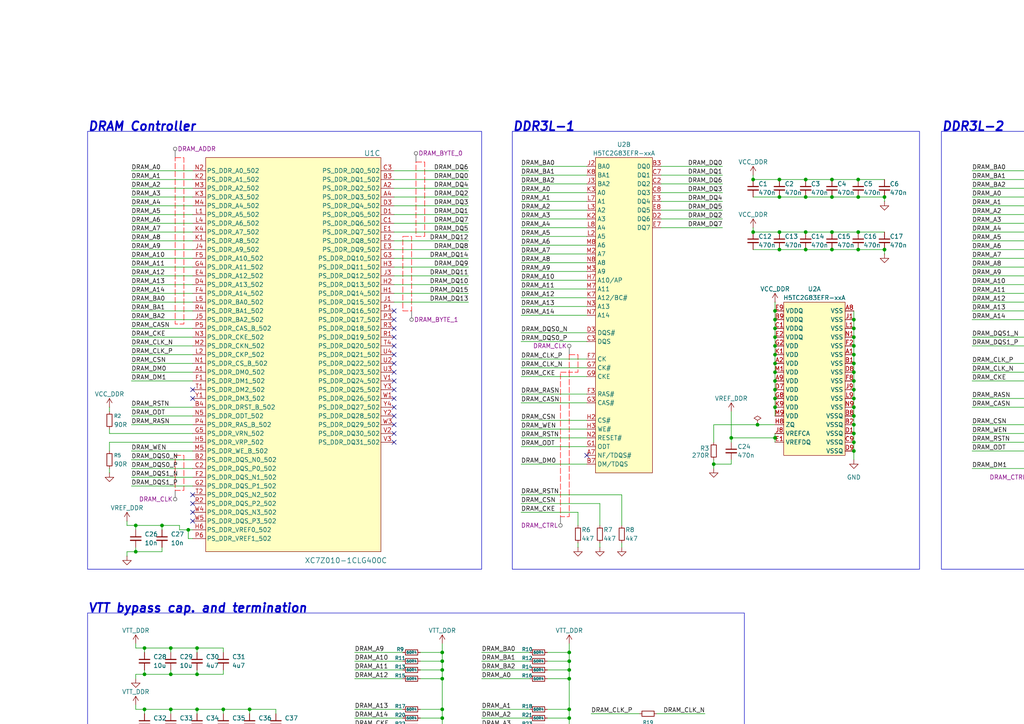
<source format=kicad_sch>
(kicad_sch (version 20250114) (generator "eeschema") (generator_version "9.0")
  (paper "A4")
  (title_block (title "FPGA Zynq7000 Dev Board") (date "2025-07-10") (rev "A"))
  (rectangle (start 148.59 38.1) (end 266.7 165.1))
  (rectangle (start 25.4 177.8) (end 215.9 241.3))
  (rectangle (start 273.05 38.1) (end 393.7 165.1))
  (rectangle (start 25.4 38.1) (end 139.7 165.1))
  (text "DDR3L-2" (at 273.05 36.83 0) (effects (font (size 2.54 2.54) (thickness 0.508) (bold yes) (italic yes)) (justify left)))
  (text "DRAM Controller" (at 25.4 36.83 0) (effects (font (size 2.54 2.54) (thickness 0.508) (bold yes) (italic yes)) (justify left)))
  (text "DDR3L-1" (at 148.59 36.83 0) (effects (font (size 2.54 2.54) (thickness 0.508) (bold yes) (italic yes)) (justify left)))
  (text "VTT bypass cap. and termination" (at 25.4 176.53 0) (effects (font (size 2.54 2.54) (thickness 0.508) (bold yes) (italic yes)) (justify left)))
  (junction (at 349.25 53.34))
  (junction (at 355.6 114.3))
  (junction (at 226.06 52.07))
  (junction (at 247.65 123.19))
  (junction (at 39.37 160.02))
  (junction (at 378.46 93.98))
  (junction (at 165.1 222.25))
  (junction (at 247.65 130.81))
  (junction (at 247.65 128.27))
  (junction (at 49.53 224.79))
  (junction (at 219.71 123.19))
  (junction (at 248.92 72.39))
  (junction (at 379.73 58.42))
  (junction (at 247.65 115.57))
  (junction (at 165.1 210.82))
  (junction (at 165.1 227.33))
  (junction (at 41.91 195.58))
  (junction (at 241.3 57.15))
  (junction (at 378.46 104.14))
  (junction (at 378.46 96.52))
  (junction (at 378.46 132.08))
  (junction (at 46.99 152.4))
  (junction (at 355.6 93.98))
  (junction (at 49.53 213.36))
  (junction (at 355.6 104.14))
  (junction (at 165.1 224.79))
  (junction (at 342.9 128.27))
  (junction (at 226.06 57.15))
  (junction (at 128.27 205.74))
  (junction (at 224.79 97.79))
  (junction (at 247.65 102.87))
  (junction (at 226.06 67.31))
  (junction (at 165.1 189.23))
  (junction (at 247.65 120.65))
  (junction (at 378.46 121.92))
  (junction (at 241.3 67.31))
  (junction (at 49.53 205.74))
  (junction (at 356.87 68.58))
  (junction (at 378.46 109.22))
  (junction (at 364.49 53.34))
  (junction (at 218.44 52.07))
  (junction (at 372.11 73.66))
  (junction (at 57.15 213.36))
  (junction (at 165.1 196.85))
  (junction (at 41.91 187.96))
  (junction (at 72.39 213.36))
  (junction (at 378.46 129.54))
  (junction (at 57.15 195.58))
  (junction (at 256.54 72.39))
  (junction (at 224.79 90.17))
  (junction (at 355.6 116.84))
  (junction (at 355.6 128.27))
  (junction (at 355.6 101.6))
  (junction (at 128.27 194.31))
  (junction (at 379.73 68.58))
  (junction (at 41.91 232.41))
  (junction (at 49.53 195.58))
  (junction (at 356.87 73.66))
  (junction (at 224.79 95.25))
  (junction (at 224.79 127))
  (junction (at 212.09 127))
  (junction (at 165.1 191.77))
  (junction (at 226.06 72.39))
  (junction (at 128.27 191.77))
  (junction (at 378.46 111.76))
  (junction (at 57.15 205.74))
  (junction (at 128.27 189.23))
  (junction (at 355.6 91.44))
  (junction (at 128.27 210.82))
  (junction (at 165.1 205.74))
  (junction (at 64.77 205.74))
  (junction (at 207.01 134.62))
  (junction (at 387.35 58.42))
  (junction (at 247.65 118.11))
  (junction (at 364.49 68.58))
  (junction (at 224.79 102.87))
  (junction (at 128.27 222.25))
  (junction (at 378.46 99.06))
  (junction (at 387.35 73.66))
  (junction (at 372.11 68.58))
  (junction (at 165.1 194.31))
  (junction (at 57.15 224.79))
  (junction (at 355.6 119.38))
  (junction (at 378.46 127))
  (junction (at 356.87 53.34))
  (junction (at 41.91 205.74))
  (junction (at 233.68 52.07))
  (junction (at 128.27 208.28))
  (junction (at 128.27 196.85))
  (junction (at 372.11 58.42))
  (junction (at 64.77 224.79))
  (junction (at 378.46 116.84))
  (junction (at 218.44 67.31))
  (junction (at 378.46 114.3))
  (junction (at 356.87 58.42))
  (junction (at 128.27 213.36))
  (junction (at 247.65 105.41))
  (junction (at 355.6 111.76))
  (junction (at 337.82 124.46))
  (junction (at 247.65 110.49))
  (junction (at 224.79 107.95))
  (junction (at 128.27 227.33))
  (junction (at 72.39 205.74))
  (junction (at 224.79 100.33))
  (junction (at 379.73 53.34))
  (junction (at 233.68 67.31))
  (junction (at 57.15 232.41))
  (junction (at 355.6 96.52))
  (junction (at 233.68 72.39))
  (junction (at 378.46 119.38))
  (junction (at 378.46 106.68))
  (junction (at 224.79 113.03))
  (junction (at 248.92 52.07))
  (junction (at 57.15 187.96))
  (junction (at 224.79 115.57))
  (junction (at 364.49 58.42))
  (junction (at 54.61 153.67))
  (junction (at 224.79 92.71))
  (junction (at 224.79 118.11))
  (junction (at 72.39 224.79))
  (junction (at 64.77 213.36))
  (junction (at 64.77 232.41))
  (junction (at 256.54 57.15))
  (junction (at 379.73 73.66))
  (junction (at 72.39 232.41))
  (junction (at 41.91 224.79))
  (junction (at 337.82 135.89))
  (junction (at 364.49 73.66))
  (junction (at 165.1 208.28))
  (junction (at 39.37 152.4))
  (junction (at 378.46 101.6))
  (junction (at 247.65 113.03))
  (junction (at 247.65 95.25))
  (junction (at 247.65 107.95))
  (junction (at 355.6 106.68))
  (junction (at 247.65 125.73))
  (junction (at 224.79 110.49))
  (junction (at 233.68 57.15))
  (junction (at 247.65 92.71))
  (junction (at 247.65 97.79))
  (junction (at 41.91 213.36))
  (junction (at 355.6 109.22))
  (junction (at 355.6 99.06))
  (junction (at 248.92 57.15))
  (junction (at 224.79 105.41))
  (junction (at 349.25 68.58))
  (junction (at 165.1 213.36))
  (junction (at 372.11 53.34))
  (junction (at 378.46 124.46))
  (junction (at 128.27 224.79))
  (junction (at 248.92 67.31))
  (junction (at 241.3 72.39))
  (junction (at 49.53 232.41))
  (junction (at 247.65 100.33))
  (junction (at 49.53 187.96))
  (junction (at 241.3 52.07))
  (no_connect (at 170.18 132.08))
  (no_connect (at 114.3 113.03))
  (no_connect (at 114.3 123.19))
  (no_connect (at 55.88 151.13))
  (no_connect (at 55.88 115.57))
  (no_connect (at 114.3 90.17))
  (no_connect (at 114.3 95.25))
  (no_connect (at 114.3 107.95))
  (no_connect (at 114.3 125.73))
  (no_connect (at 300.99 133.35))
  (no_connect (at 114.3 102.87))
  (no_connect (at 55.88 143.51))
  (no_connect (at 114.3 97.79))
  (no_connect (at 114.3 128.27))
  (no_connect (at 114.3 110.49))
  (no_connect (at 114.3 92.71))
  (no_connect (at 55.88 146.05))
  (no_connect (at 114.3 100.33))
  (no_connect (at 114.3 120.65))
  (no_connect (at 55.88 113.03))
  (no_connect (at 55.88 148.59))
  (no_connect (at 114.3 115.57))
  (no_connect (at 114.3 118.11))
  (no_connect (at 114.3 105.41))
  (wire (pts (xy 151.13 129.54) (xy 170.18 129.54)))
  (wire (pts (xy 233.68 52.07) (xy 241.3 52.07)))
  (wire (pts (xy 355.6 128.27) (xy 355.6 129.54)))
  (wire (pts (xy 49.53 231.14) (xy 49.53 232.41)))
  (wire (pts (xy 379.73 58.42) (xy 387.35 58.42)))
  (wire (pts (xy 209.55 50.8) (xy 191.77 50.8)))
  (wire (pts (xy 151.13 88.9) (xy 170.18 88.9)))
  (wire (pts (xy 190.5 207.01) (xy 204.47 207.01)))
  (wire (pts (xy 356.87 58.42) (xy 364.49 58.42)))
  (wire (pts (xy 180.34 143.51) (xy 180.34 152.4)))
  (wire (pts (xy 212.09 127) (xy 224.79 127)))
  (wire (pts (xy 218.44 52.07) (xy 226.06 52.07)))
  (wire (pts (xy 209.55 60.96) (xy 191.77 60.96)))
  (wire (pts (xy 121.92 229.87) (xy 128.27 229.87)))
  (wire (pts (xy 173.99 157.48) (xy 173.99 158.75)))
  (wire (pts (xy 49.53 226.06) (xy 49.53 224.79)))
  (wire (pts (xy 158.75 210.82) (xy 165.1 210.82)))
  (wire (pts (xy 387.35 58.42) (xy 387.35 59.69)))
  (wire (pts (xy 224.79 100.33) (xy 224.79 102.87)))
  (wire (pts (xy 340.36 62.23) (xy 322.58 62.23)))
  (wire (pts (xy 224.79 102.87) (xy 224.79 105.41)))
  (wire (pts (xy 226.06 67.31) (xy 233.68 67.31)))
  (wire (pts (xy 180.34 157.48) (xy 180.34 158.75)))
  (wire (pts (xy 356.87 68.58) (xy 364.49 68.58)))
  (wire (pts (xy 128.27 196.85) (xy 128.27 205.74)))
  (wire (pts (xy 151.13 99.06) (xy 170.18 99.06)))
  (wire (pts (xy 151.13 81.28) (xy 170.18 81.28)))
  (wire (pts (xy 248.92 52.07) (xy 256.54 52.07)))
  (wire (pts (xy 54.61 156.21) (xy 55.88 156.21)))
  (wire (pts (xy 38.1 135.89) (xy 55.88 135.89)))
  (wire (pts (xy 38.1 90.17) (xy 55.88 90.17)))
  (wire (pts (xy 158.75 222.25) (xy 165.1 222.25)))
  (wire (pts (xy 57.15 205.74) (xy 64.77 205.74)))
  (wire (pts (xy 41.91 231.14) (xy 41.91 232.41)))
  (wire (pts (xy 128.27 222.25) (xy 128.27 224.79)))
  (wire (pts (xy 378.46 101.6) (xy 378.46 104.14)))
  (wire (pts (xy 378.46 121.92) (xy 378.46 124.46)))
  (wire (pts (xy 224.79 110.49) (xy 224.79 113.03)))
  (wire (pts (xy 41.91 212.09) (xy 41.91 213.36)))
  (wire (pts (xy 64.77 231.14) (xy 64.77 232.41)))
  (wire (pts (xy 151.13 86.36) (xy 170.18 86.36)))
  (wire (pts (xy 116.84 213.36) (xy 102.87 213.36)))
  (wire (pts (xy 349.25 52.07) (xy 349.25 53.34)))
  (wire (pts (xy 355.6 114.3) (xy 355.6 116.84)))
  (wire (pts (xy 39.37 186.69) (xy 39.37 187.96)))
  (wire (pts (xy 72.39 231.14) (xy 72.39 232.41)))
  (wire (pts (xy 349.25 73.66) (xy 356.87 73.66)))
  (wire (pts (xy 36.83 151.13) (xy 36.83 152.4)))
  (wire (pts (xy 64.77 194.31) (xy 64.77 195.58)))
  (wire (pts (xy 41.91 232.41) (xy 49.53 232.41)))
  (wire (pts (xy 128.27 210.82) (xy 128.27 213.36)))
  (wire (pts (xy 378.46 96.52) (xy 378.46 99.06)))
  (wire (pts (xy 218.44 50.8) (xy 218.44 52.07)))
  (wire (pts (xy 207.01 128.27) (xy 207.01 123.19)))
  (wire (pts (xy 158.75 213.36) (xy 165.1 213.36)))
  (wire (pts (xy 121.92 194.31) (xy 128.27 194.31)))
  (wire (pts (xy 38.1 107.95) (xy 55.88 107.95)))
  (wire (pts (xy 247.65 120.65) (xy 247.65 123.19)))
  (wire (pts (xy 135.89 64.77) (xy 114.3 64.77)))
  (wire (pts (xy 247.65 100.33) (xy 247.65 102.87)))
  (wire (pts (xy 41.91 226.06) (xy 41.91 224.79)))
  (wire (pts (xy 224.79 105.41) (xy 224.79 107.95)))
  (wire (pts (xy 38.1 62.23) (xy 55.88 62.23)))
  (wire (pts (xy 158.75 229.87) (xy 165.1 229.87)))
  (wire (pts (xy 281.94 82.55) (xy 300.99 82.55)))
  (wire (pts (xy 116.84 205.74) (xy 102.87 205.74)))
  (wire (pts (xy 281.94 80.01) (xy 300.99 80.01)))
  (wire (pts (xy 247.65 92.71) (xy 247.65 95.25)))
  (wire (pts (xy 151.13 50.8) (xy 170.18 50.8)))
  (wire (pts (xy 226.06 72.39) (xy 233.68 72.39)))
  (wire (pts (xy 57.15 226.06) (xy 57.15 224.79)))
  (wire (pts (xy 158.75 205.74) (xy 165.1 205.74)))
  (wire (pts (xy 247.65 105.41) (xy 247.65 107.95)))
  (wire (pts (xy 281.94 90.17) (xy 300.99 90.17)))
  (wire (pts (xy 378.46 111.76) (xy 378.46 114.3)))
  (wire (pts (xy 57.15 187.96) (xy 64.77 187.96)))
  (wire (pts (xy 116.84 208.28) (xy 102.87 208.28)))
  (wire (pts (xy 158.75 208.28) (xy 165.1 208.28)))
  (wire (pts (xy 247.65 90.17) (xy 247.65 92.71)))
  (wire (pts (xy 151.13 91.44) (xy 170.18 91.44)))
  (wire (pts (xy 38.1 57.15) (xy 55.88 57.15)))
  (wire (pts (xy 355.6 101.6) (xy 355.6 104.14)))
  (wire (pts (xy 128.27 224.79) (xy 128.27 227.33)))
  (wire (pts (xy 209.55 48.26) (xy 191.77 48.26)))
  (wire (pts (xy 378.46 93.98) (xy 378.46 96.52)))
  (wire (pts (xy 57.15 213.36) (xy 64.77 213.36)))
  (wire (pts (xy 281.94 130.81) (xy 300.99 130.81)))
  (wire (pts (xy 80.01 232.41) (xy 80.01 231.14)))
  (wire (pts (xy 247.65 123.19) (xy 247.65 125.73)))
  (wire (pts (xy 355.6 99.06) (xy 355.6 101.6)))
  (wire (pts (xy 281.94 125.73) (xy 300.99 125.73)))
  (wire (pts (xy 121.92 189.23) (xy 128.27 189.23)))
  (wire (pts (xy 340.36 64.77) (xy 322.58 64.77)))
  (wire (pts (xy 372.11 73.66) (xy 379.73 73.66)))
  (wire (pts (xy 38.1 69.85) (xy 55.88 69.85)))
  (wire (pts (xy 281.94 62.23) (xy 300.99 62.23)))
  (wire (pts (xy 171.45 207.01) (xy 185.42 207.01)))
  (wire (pts (xy 342.9 120.65) (xy 342.9 128.27)))
  (wire (pts (xy 173.99 146.05) (xy 173.99 152.4)))
  (wire (pts (xy 256.54 57.15) (xy 256.54 58.42)))
  (wire (pts (xy 247.65 128.27) (xy 247.65 130.81)))
  (wire (pts (xy 364.49 68.58) (xy 372.11 68.58)))
  (wire (pts (xy 135.89 80.01) (xy 114.3 80.01)))
  (wire (pts (xy 364.49 73.66) (xy 372.11 73.66)))
  (wire (pts (xy 80.01 212.09) (xy 80.01 213.36)))
  (wire (pts (xy 153.67 208.28) (xy 139.7 208.28)))
  (wire (pts (xy 151.13 71.12) (xy 170.18 71.12)))
  (wire (pts (xy 337.82 124.46) (xy 355.6 124.46)))
  (wire (pts (xy 165.1 205.74) (xy 165.1 208.28)))
  (wire (pts (xy 153.67 191.77) (xy 139.7 191.77)))
  (wire (pts (xy 52.07 152.4) (xy 52.07 153.67)))
  (wire (pts (xy 224.79 107.95) (xy 224.79 110.49)))
  (wire (pts (xy 151.13 109.22) (xy 170.18 109.22)))
  (wire (pts (xy 41.91 189.23) (xy 41.91 187.96)))
  (wire (pts (xy 356.87 53.34) (xy 364.49 53.34)))
  (wire (pts (xy 224.79 97.79) (xy 224.79 100.33)))
  (wire (pts (xy 38.1 138.43) (xy 55.88 138.43)))
  (wire (pts (xy 151.13 134.62) (xy 170.18 134.62)))
  (wire (pts (xy 165.1 210.82) (xy 165.1 213.36)))
  (wire (pts (xy 356.87 73.66) (xy 364.49 73.66)))
  (wire (pts (xy 153.67 224.79) (xy 139.7 224.79)))
  (wire (pts (xy 355.6 91.44) (xy 355.6 93.98)))
  (wire (pts (xy 153.67 222.25) (xy 139.7 222.25)))
  (wire (pts (xy 39.37 224.79) (xy 41.91 224.79)))
  (wire (pts (xy 39.37 223.52) (xy 39.37 224.79)))
  (wire (pts (xy 247.65 102.87) (xy 247.65 105.41)))
  (wire (pts (xy 38.1 123.19) (xy 55.88 123.19)))
  (wire (pts (xy 116.84 194.31) (xy 102.87 194.31)))
  (wire (pts (xy 247.65 95.25) (xy 247.65 97.79)))
  (wire (pts (xy 158.75 196.85) (xy 165.1 196.85)))
  (wire (pts (xy 72.39 205.74) (xy 80.01 205.74)))
  (wire (pts (xy 72.39 212.09) (xy 72.39 213.36)))
  (wire (pts (xy 135.89 69.85) (xy 114.3 69.85)))
  (wire (pts (xy 38.1 100.33) (xy 55.88 100.33)))
  (wire (pts (xy 153.67 210.82) (xy 139.7 210.82)))
  (wire (pts (xy 41.91 213.36) (xy 49.53 213.36)))
  (wire (pts (xy 46.99 160.02) (xy 46.99 158.75)))
  (wire (pts (xy 121.92 224.79) (xy 128.27 224.79)))
  (wire (pts (xy 31.75 125.73) (xy 55.88 125.73)))
  (wire (pts (xy 355.6 111.76) (xy 355.6 114.3)))
  (wire (pts (xy 41.91 195.58) (xy 49.53 195.58)))
  (wire (pts (xy 355.6 93.98) (xy 355.6 96.52)))
  (wire (pts (xy 224.79 87.63) (xy 224.79 90.17)))
  (wire (pts (xy 151.13 124.46) (xy 170.18 124.46)))
  (wire (pts (xy 248.92 67.31) (xy 256.54 67.31)))
  (wire (pts (xy 165.1 194.31) (xy 165.1 196.85)))
  (wire (pts (xy 39.37 195.58) (xy 39.37 196.85)))
  (wire (pts (xy 49.53 205.74) (xy 57.15 205.74)))
  (wire (pts (xy 46.99 152.4) (xy 52.07 152.4)))
  (wire (pts (xy 340.36 59.69) (xy 322.58 59.69)))
  (wire (pts (xy 340.36 52.07) (xy 322.58 52.07)))
  (wire (pts (xy 57.15 194.31) (xy 57.15 195.58)))
  (wire (pts (xy 151.13 121.92) (xy 170.18 121.92)))
  (wire (pts (xy 38.1 133.35) (xy 55.88 133.35)))
  (wire (pts (xy 151.13 83.82) (xy 170.18 83.82)))
  (wire (pts (xy 153.67 194.31) (xy 139.7 194.31)))
  (wire (pts (xy 38.1 105.41) (xy 55.88 105.41)))
  (wire (pts (xy 151.13 146.05) (xy 173.99 146.05)))
  (wire (pts (xy 218.44 72.39) (xy 226.06 72.39)))
  (wire (pts (xy 135.89 52.07) (xy 114.3 52.07)))
  (wire (pts (xy 209.55 66.04) (xy 191.77 66.04)))
  (wire (pts (xy 355.6 116.84) (xy 355.6 119.38)))
  (wire (pts (xy 247.65 118.11) (xy 247.65 120.65)))
  (wire (pts (xy 180.34 143.51) (xy 151.13 143.51)))
  (wire (pts (xy 151.13 66.04) (xy 170.18 66.04)))
  (wire (pts (xy 247.65 115.57) (xy 247.65 118.11)))
  (wire (pts (xy 209.55 55.88) (xy 191.77 55.88)))
  (wire (pts (xy 151.13 114.3) (xy 170.18 114.3)))
  (wire (pts (xy 121.92 213.36) (xy 128.27 213.36)))
  (wire (pts (xy 281.94 115.57) (xy 300.99 115.57)))
  (wire (pts (xy 379.73 73.66) (xy 387.35 73.66)))
  (wire (pts (xy 342.9 128.27) (xy 355.6 128.27)))
  (wire (pts (xy 281.94 85.09) (xy 300.99 85.09)))
  (wire (pts (xy 64.77 205.74) (xy 72.39 205.74)))
  (wire (pts (xy 39.37 232.41) (xy 41.91 232.41)))
  (wire (pts (xy 151.13 76.2) (xy 170.18 76.2)))
  (wire (pts (xy 355.6 104.14) (xy 355.6 106.68)))
  (wire (pts (xy 64.77 189.23) (xy 64.77 187.96)))
  (wire (pts (xy 281.94 74.93) (xy 300.99 74.93)))
  (wire (pts (xy 281.94 118.11) (xy 300.99 118.11)))
  (wire (pts (xy 49.53 187.96) (xy 57.15 187.96)))
  (wire (pts (xy 38.1 72.39) (xy 55.88 72.39)))
  (wire (pts (xy 241.3 72.39) (xy 248.92 72.39)))
  (wire (pts (xy 226.06 57.15) (xy 233.68 57.15)))
  (wire (pts (xy 207.01 133.35) (xy 207.01 134.62)))
  (wire (pts (xy 151.13 116.84) (xy 170.18 116.84)))
  (wire (pts (xy 340.36 57.15) (xy 322.58 57.15)))
  (wire (pts (xy 31.75 130.81) (xy 31.75 128.27)))
  (wire (pts (xy 281.94 59.69) (xy 300.99 59.69)))
  (wire (pts (xy 116.84 222.25) (xy 102.87 222.25)))
  (wire (pts (xy 378.46 106.68) (xy 378.46 109.22)))
  (wire (pts (xy 167.64 148.59) (xy 151.13 148.59)))
  (wire (pts (xy 41.91 205.74) (xy 49.53 205.74)))
  (wire (pts (xy 209.55 53.34) (xy 191.77 53.34)))
  (wire (pts (xy 342.9 129.54) (xy 342.9 128.27)))
  (wire (pts (xy 121.92 210.82) (xy 128.27 210.82)))
  (wire (pts (xy 64.77 232.41) (xy 72.39 232.41)))
  (wire (pts (xy 36.83 160.02) (xy 36.83 161.29)))
  (wire (pts (xy 41.91 207.01) (xy 41.91 205.74)))
  (wire (pts (xy 224.79 90.17) (xy 224.79 92.71)))
  (wire (pts (xy 165.1 189.23) (xy 165.1 191.77)))
  (wire (pts (xy 57.15 207.01) (xy 57.15 205.74)))
  (wire (pts (xy 281.94 54.61) (xy 300.99 54.61)))
  (wire (pts (xy 207.01 134.62) (xy 207.01 135.89)))
  (wire (pts (xy 49.53 207.01) (xy 49.53 205.74)))
  (wire (pts (xy 378.46 124.46) (xy 378.46 127)))
  (wire (pts (xy 49.53 224.79) (xy 57.15 224.79)))
  (wire (pts (xy 116.84 229.87) (xy 102.87 229.87)))
  (wire (pts (xy 52.07 153.67) (xy 54.61 153.67)))
  (wire (pts (xy 128.27 186.69) (xy 128.27 189.23)))
  (wire (pts (xy 38.1 118.11) (xy 55.88 118.11)))
  (wire (pts (xy 128.27 227.33) (xy 128.27 229.87)))
  (wire (pts (xy 41.91 194.31) (xy 41.91 195.58)))
  (wire (pts (xy 31.75 124.46) (xy 31.75 125.73)))
  (wire (pts (xy 153.67 227.33) (xy 139.7 227.33)))
  (wire (pts (xy 241.3 52.07) (xy 248.92 52.07)))
  (wire (pts (xy 38.1 102.87) (xy 55.88 102.87)))
  (wire (pts (xy 165.1 196.85) (xy 165.1 205.74)))
  (wire (pts (xy 342.9 134.62) (xy 342.9 135.89)))
  (wire (pts (xy 38.1 82.55) (xy 55.88 82.55)))
  (wire (pts (xy 256.54 72.39) (xy 256.54 73.66)))
  (wire (pts (xy 135.89 72.39) (xy 114.3 72.39)))
  (wire (pts (xy 38.1 49.53) (xy 55.88 49.53)))
  (wire (pts (xy 378.46 119.38) (xy 378.46 121.92)))
  (wire (pts (xy 38.1 67.31) (xy 55.88 67.31)))
  (wire (pts (xy 378.46 91.44) (xy 378.46 93.98)))
  (wire (pts (xy 135.89 85.09) (xy 114.3 85.09)))
  (wire (pts (xy 39.37 152.4) (xy 39.37 153.67)))
  (wire (pts (xy 38.1 52.07) (xy 55.88 52.07)))
  (wire (pts (xy 364.49 58.42) (xy 372.11 58.42)))
  (wire (pts (xy 151.13 58.42) (xy 170.18 58.42)))
  (wire (pts (xy 212.09 133.35) (xy 212.09 134.62)))
  (wire (pts (xy 378.46 127) (xy 378.46 129.54)))
  (wire (pts (xy 135.89 87.63) (xy 114.3 87.63)))
  (wire (pts (xy 153.67 196.85) (xy 139.7 196.85)))
  (wire (pts (xy 378.46 116.84) (xy 378.46 119.38)))
  (wire (pts (xy 281.94 100.33) (xy 300.99 100.33)))
  (wire (pts (xy 80.01 224.79) (xy 80.01 226.06)))
  (wire (pts (xy 38.1 120.65) (xy 55.88 120.65)))
  (wire (pts (xy 378.46 114.3) (xy 378.46 116.84)))
  (wire (pts (xy 36.83 160.02) (xy 39.37 160.02)))
  (wire (pts (xy 281.94 107.95) (xy 300.99 107.95)))
  (wire (pts (xy 281.94 57.15) (xy 300.99 57.15)))
  (wire (pts (xy 340.36 67.31) (xy 322.58 67.31)))
  (wire (pts (xy 128.27 205.74) (xy 128.27 208.28)))
  (wire (pts (xy 49.53 195.58) (xy 57.15 195.58)))
  (wire (pts (xy 39.37 158.75) (xy 39.37 160.02)))
  (wire (pts (xy 337.82 135.89) (xy 337.82 137.16)))
  (wire (pts (xy 281.94 52.07) (xy 300.99 52.07)))
  (wire (pts (xy 248.92 57.15) (xy 256.54 57.15)))
  (wire (pts (xy 378.46 99.06) (xy 378.46 101.6)))
  (wire (pts (xy 49.53 212.09) (xy 49.53 213.36)))
  (wire (pts (xy 38.1 54.61) (xy 55.88 54.61)))
  (wire (pts (xy 151.13 104.14) (xy 170.18 104.14)))
  (wire (pts (xy 151.13 63.5) (xy 170.18 63.5)))
  (wire (pts (xy 165.1 224.79) (xy 165.1 227.33)))
  (wire (pts (xy 224.79 115.57) (xy 224.79 118.11)))
  (wire (pts (xy 135.89 74.93) (xy 114.3 74.93)))
  (wire (pts (xy 281.94 72.39) (xy 300.99 72.39)))
  (wire (pts (xy 39.37 233.68) (xy 39.37 232.41)))
  (wire (pts (xy 64.77 226.06) (xy 64.77 224.79)))
  (wire (pts (xy 167.64 148.59) (xy 167.64 152.4)))
  (wire (pts (xy 378.46 104.14) (xy 378.46 106.68)))
  (wire (pts (xy 364.49 53.34) (xy 372.11 53.34)))
  (wire (pts (xy 165.1 222.25) (xy 165.1 224.79)))
  (wire (pts (xy 209.55 58.42) (xy 191.77 58.42)))
  (wire (pts (xy 128.27 194.31) (xy 128.27 196.85)))
  (wire (pts (xy 378.46 109.22) (xy 378.46 111.76)))
  (wire (pts (xy 281.94 67.31) (xy 300.99 67.31)))
  (wire (pts (xy 57.15 232.41) (xy 64.77 232.41)))
  (wire (pts (xy 387.35 73.66) (xy 387.35 74.93)))
  (wire (pts (xy 165.1 191.77) (xy 165.1 194.31)))
  (wire (pts (xy 72.39 224.79) (xy 80.01 224.79)))
  (wire (pts (xy 38.1 130.81) (xy 55.88 130.81)))
  (wire (pts (xy 281.94 77.47) (xy 300.99 77.47)))
  (wire (pts (xy 233.68 67.31) (xy 241.3 67.31)))
  (wire (pts (xy 151.13 53.34) (xy 170.18 53.34)))
  (wire (pts (xy 281.94 105.41) (xy 300.99 105.41)))
  (wire (pts (xy 218.44 67.31) (xy 226.06 67.31)))
  (wire (pts (xy 165.1 227.33) (xy 165.1 229.87)))
  (wire (pts (xy 135.89 59.69) (xy 114.3 59.69)))
  (wire (pts (xy 241.3 67.31) (xy 248.92 67.31)))
  (wire (pts (xy 151.13 55.88) (xy 170.18 55.88)))
  (wire (pts (xy 151.13 60.96) (xy 170.18 60.96)))
  (wire (pts (xy 38.1 64.77) (xy 55.88 64.77)))
  (wire (pts (xy 247.65 125.73) (xy 247.65 128.27)))
  (wire (pts (xy 281.94 49.53) (xy 300.99 49.53)))
  (wire (pts (xy 247.65 107.95) (xy 247.65 110.49)))
  (wire (pts (xy 135.89 49.53) (xy 114.3 49.53)))
  (wire (pts (xy 39.37 204.47) (xy 39.37 205.74)))
  (wire (pts (xy 39.37 205.74) (xy 41.91 205.74)))
  (wire (pts (xy 38.1 74.93) (xy 55.88 74.93)))
  (wire (pts (xy 38.1 140.97) (xy 55.88 140.97)))
  (wire (pts (xy 135.89 82.55) (xy 114.3 82.55)))
  (wire (pts (xy 158.75 189.23) (xy 165.1 189.23)))
  (wire (pts (xy 349.25 67.31) (xy 349.25 68.58)))
  (wire (pts (xy 49.53 194.31) (xy 49.53 195.58)))
  (wire (pts (xy 57.15 224.79) (xy 64.77 224.79)))
  (wire (pts (xy 153.67 205.74) (xy 139.7 205.74)))
  (wire (pts (xy 355.6 96.52) (xy 355.6 99.06)))
  (wire (pts (xy 337.82 129.54) (xy 337.82 124.46)))
  (wire (pts (xy 247.65 130.81) (xy 247.65 133.35)))
  (wire (pts (xy 116.84 196.85) (xy 102.87 196.85)))
  (wire (pts (xy 340.36 54.61) (xy 322.58 54.61)))
  (wire (pts (xy 224.79 118.11) (xy 224.79 120.65)))
  (wire (pts (xy 158.75 194.31) (xy 165.1 194.31)))
  (wire (pts (xy 116.84 189.23) (xy 102.87 189.23)))
  (wire (pts (xy 372.11 58.42) (xy 379.73 58.42)))
  (wire (pts (xy 64.77 213.36) (xy 72.39 213.36)))
  (wire (pts (xy 151.13 96.52) (xy 170.18 96.52)))
  (wire (pts (xy 151.13 73.66) (xy 170.18 73.66)))
  (wire (pts (xy 158.75 191.77) (xy 165.1 191.77)))
  (wire (pts (xy 128.27 208.28) (xy 128.27 210.82)))
  (wire (pts (xy 340.36 49.53) (xy 322.58 49.53)))
  (wire (pts (xy 151.13 78.74) (xy 170.18 78.74)))
  (wire (pts (xy 38.1 95.25) (xy 55.88 95.25)))
  (wire (pts (xy 121.92 208.28) (xy 128.27 208.28)))
  (wire (pts (xy 116.84 224.79) (xy 102.87 224.79)))
  (wire (pts (xy 128.27 213.36) (xy 128.27 222.25)))
  (wire (pts (xy 207.01 134.62) (xy 212.09 134.62)))
  (wire (pts (xy 38.1 77.47) (xy 55.88 77.47)))
  (wire (pts (xy 355.6 109.22) (xy 355.6 111.76)))
  (wire (pts (xy 247.65 113.03) (xy 247.65 115.57)))
  (wire (pts (xy 135.89 77.47) (xy 114.3 77.47)))
  (wire (pts (xy 151.13 106.68) (xy 170.18 106.68)))
  (wire (pts (xy 54.61 153.67) (xy 54.61 156.21)))
  (wire (pts (xy 57.15 195.58) (xy 64.77 195.58)))
  (wire (pts (xy 31.75 128.27) (xy 55.88 128.27)))
  (wire (pts (xy 36.83 152.4) (xy 39.37 152.4)))
  (wire (pts (xy 64.77 224.79) (xy 72.39 224.79)))
  (wire (pts (xy 46.99 152.4) (xy 46.99 153.67)))
  (wire (pts (xy 55.88 153.67) (xy 54.61 153.67)))
  (wire (pts (xy 57.15 231.14) (xy 57.15 232.41)))
  (wire (pts (xy 38.1 87.63) (xy 55.88 87.63)))
  (wire (pts (xy 72.39 226.06) (xy 72.39 224.79)))
  (wire (pts (xy 57.15 189.23) (xy 57.15 187.96)))
  (wire (pts (xy 121.92 196.85) (xy 128.27 196.85)))
  (wire (pts (xy 218.44 66.04) (xy 218.44 67.31)))
  (wire (pts (xy 337.82 134.62) (xy 337.82 135.89)))
  (wire (pts (xy 212.09 128.27) (xy 212.09 127)))
  (wire (pts (xy 378.46 132.08) (xy 378.46 134.62)))
  (wire (pts (xy 247.65 110.49) (xy 247.65 113.03)))
  (wire (pts (xy 72.39 213.36) (xy 80.01 213.36)))
  (wire (pts (xy 372.11 68.58) (xy 379.73 68.58)))
  (wire (pts (xy 378.46 129.54) (xy 378.46 132.08)))
  (wire (pts (xy 372.11 53.34) (xy 379.73 53.34)))
  (wire (pts (xy 64.77 207.01) (xy 64.77 205.74)))
  (wire (pts (xy 116.84 227.33) (xy 102.87 227.33)))
  (wire (pts (xy 355.6 128.27) (xy 355.6 127)))
  (wire (pts (xy 41.91 187.96) (xy 49.53 187.96)))
  (wire (pts (xy 38.1 85.09) (xy 55.88 85.09)))
  (wire (pts (xy 224.79 127) (xy 224.79 128.27)))
  (wire (pts (xy 349.25 68.58) (xy 356.87 68.58)))
  (wire (pts (xy 281.94 64.77) (xy 300.99 64.77)))
  (wire (pts (xy 39.37 214.63) (xy 39.37 213.36)))
  (wire (pts (xy 349.25 58.42) (xy 356.87 58.42)))
  (wire (pts (xy 207.01 123.19) (xy 219.71 123.19)))
  (wire (pts (xy 135.89 62.23) (xy 114.3 62.23)))
  (wire (pts (xy 128.27 189.23) (xy 128.27 191.77)))
  (wire (pts (xy 121.92 222.25) (xy 128.27 222.25)))
  (wire (pts (xy 281.94 128.27) (xy 300.99 128.27)))
  (wire (pts (xy 355.6 88.9) (xy 355.6 91.44)))
  (wire (pts (xy 281.94 123.19) (xy 300.99 123.19)))
  (wire (pts (xy 121.92 205.74) (xy 128.27 205.74)))
  (wire (pts (xy 41.91 224.79) (xy 49.53 224.79)))
  (wire (pts (xy 72.39 207.01) (xy 72.39 205.74)))
  (wire (pts (xy 349.25 53.34) (xy 356.87 53.34)))
  (wire (pts (xy 212.09 119.38) (xy 212.09 127)))
  (wire (pts (xy 116.84 210.82) (xy 102.87 210.82)))
  (wire (pts (xy 135.89 57.15) (xy 114.3 57.15)))
  (wire (pts (xy 337.82 135.89) (xy 342.9 135.89)))
  (wire (pts (xy 121.92 227.33) (xy 128.27 227.33)))
  (wire (pts (xy 153.67 213.36) (xy 139.7 213.36)))
  (wire (pts (xy 165.1 208.28) (xy 165.1 210.82)))
  (wire (pts (xy 379.73 53.34) (xy 387.35 53.34)))
  (wire (pts (xy 153.67 189.23) (xy 139.7 189.23)))
  (wire (pts (xy 281.94 87.63) (xy 300.99 87.63)))
  (wire (pts (xy 57.15 212.09) (xy 57.15 213.36)))
  (wire (pts (xy 128.27 191.77) (xy 128.27 194.31)))
  (wire (pts (xy 49.53 189.23) (xy 49.53 187.96)))
  (wire (pts (xy 158.75 224.79) (xy 165.1 224.79)))
  (wire (pts (xy 248.92 72.39) (xy 256.54 72.39)))
  (wire (pts (xy 49.53 232.41) (xy 57.15 232.41)))
  (wire (pts (xy 31.75 118.11) (xy 31.75 119.38)))
  (wire (pts (xy 39.37 213.36) (xy 41.91 213.36)))
  (wire (pts (xy 135.89 67.31) (xy 114.3 67.31)))
  (wire (pts (xy 219.71 123.19) (xy 224.79 123.19)))
  (wire (pts (xy 281.94 97.79) (xy 300.99 97.79)))
  (wire (pts (xy 151.13 127) (xy 170.18 127)))
  (wire (pts (xy 121.92 191.77) (xy 128.27 191.77)))
  (wire (pts (xy 165.1 186.69) (xy 165.1 189.23)))
  (wire (pts (xy 64.77 212.09) (xy 64.77 213.36)))
  (wire (pts (xy 165.1 213.36) (xy 165.1 222.25)))
  (wire (pts (xy 224.79 127) (xy 224.79 125.73)))
  (wire (pts (xy 379.73 68.58) (xy 387.35 68.58)))
  (wire (pts (xy 38.1 80.01) (xy 55.88 80.01)))
  (wire (pts (xy 355.6 119.38) (xy 355.6 121.92)))
  (wire (pts (xy 153.67 229.87) (xy 139.7 229.87)))
  (wire (pts (xy 72.39 232.41) (xy 80.01 232.41)))
  (wire (pts (xy 224.79 113.03) (xy 224.79 115.57)))
  (wire (pts (xy 158.75 227.33) (xy 165.1 227.33)))
  (wire (pts (xy 281.94 110.49) (xy 300.99 110.49)))
  (wire (pts (xy 80.01 207.01) (xy 80.01 205.74)))
  (wire (pts (xy 38.1 97.79) (xy 55.88 97.79)))
  (wire (pts (xy 233.68 72.39) (xy 241.3 72.39)))
  (wire (pts (xy 151.13 68.58) (xy 170.18 68.58)))
  (wire (pts (xy 38.1 59.69) (xy 55.88 59.69)))
  (wire (pts (xy 281.94 69.85) (xy 300.99 69.85)))
  (wire (pts (xy 39.37 195.58) (xy 41.91 195.58)))
  (wire (pts (xy 31.75 135.89) (xy 31.75 137.16)))
  (wire (pts (xy 355.6 106.68) (xy 355.6 109.22)))
  (wire (pts (xy 218.44 57.15) (xy 226.06 57.15)))
  (wire (pts (xy 49.53 213.36) (xy 57.15 213.36)))
  (wire (pts (xy 46.99 152.4) (xy 39.37 152.4)))
  (wire (pts (xy 241.3 57.15) (xy 248.92 57.15)))
  (wire (pts (xy 135.89 54.61) (xy 114.3 54.61)))
  (wire (pts (xy 209.55 63.5) (xy 191.77 63.5)))
  (wire (pts (xy 151.13 48.26) (xy 170.18 48.26)))
  (wire (pts (xy 247.65 97.79) (xy 247.65 100.33)))
  (wire (pts (xy 224.79 95.25) (xy 224.79 97.79)))
  (wire (pts (xy 38.1 110.49) (xy 55.88 110.49)))
  (wire (pts (xy 39.37 187.96) (xy 41.91 187.96)))
  (wire (pts (xy 39.37 160.02) (xy 46.99 160.02)))
  (wire (pts (xy 233.68 57.15) (xy 241.3 57.15)))
  (wire (pts (xy 167.64 157.48) (xy 167.64 158.75)))
  (wire (pts (xy 224.79 92.71) (xy 224.79 95.25)))
  (wire (pts (xy 226.06 52.07) (xy 233.68 52.07)))
  (wire (pts (xy 281.94 135.89) (xy 300.99 135.89)))
  (wire (pts (xy 38.1 92.71) (xy 55.88 92.71)))
  (wire (pts (xy 116.84 191.77) (xy 102.87 191.77)))
  (wire (pts (xy 281.94 92.71) (xy 300.99 92.71)))
  (label "DRAM_BA0" (at 151.13 48.26 0))
  (label "DRAM_DQ2" (at 135.89 57.15 180))
  (label "DRAM_DQ3" (at 209.55 55.88 180))
  (label "DRAM_ODT" (at 281.94 130.81 0))
  (label "DRAM_DQ13" (at 340.36 62.23 180))
  (label "DRAM_A13" (at 151.13 88.9 0))
  (label "DRAM_BA0" (at 38.1 87.63 0))
  (label "DRAM_WEN" (at 102.87 213.36 0))
  (label "DRAM_A9" (at 281.94 80.01 0))
  (label "DRAM_DQ12" (at 340.36 59.69 180))
  (label "DRAM_DQ15" (at 340.36 67.31 180))
  (label "DRAM_DQ9" (at 135.89 77.47 180))
  (label "DRAM_DM1" (at 38.1 110.49 0))
  (label "DRAM_A6" (at 139.7 224.79 0))
  (label "DRAM_DQS1_P" (at 281.94 100.33 0))
  (label "DRAM_DM1" (at 281.94 135.89 0))
  (label "DRAM_A2" (at 139.7 208.28 0))
  (label "DRAM_A2" (at 151.13 60.96 0))
  (label "DRAM_A8" (at 281.94 77.47 0))
  (label "DRAM_A3" (at 281.94 64.77 0))
  (label "DRAM_A9" (at 102.87 189.23 0))
  (label "DRAM_DQ7" (at 135.89 64.77 180))
  (label "DRAM_DQ11" (at 135.89 80.01 180))
  (label "DRAM_DQ11" (at 340.36 57.15 180))
  (label "DRAM_A7" (at 38.1 67.31 0))
  (label "DRAM_CKE" (at 151.13 109.22 0))
  (label "DRAM_RASN" (at 151.13 114.3 0))
  (label "DRAM_A9" (at 38.1 72.39 0))
  (label "DRAM_A6" (at 281.94 72.39 0))
  (label "DRAM_A12" (at 38.1 80.01 0))
  (label "DRAM_WEN" (at 281.94 125.73 0))
  (label "DRAM_A1" (at 151.13 58.42 0))
  (label "DRAM_CKE" (at 102.87 210.82 0))
  (label "DRAM_A11" (at 102.87 194.31 0))
  (label "DRAM_DM0" (at 38.1 107.95 0))
  (label "DRAM_WEN" (at 38.1 130.81 0))
  (label "DRAM_A10" (at 102.87 191.77 0))
  (label "DRAM_A0" (at 281.94 57.15 0))
  (label "DRAM_A5" (at 139.7 222.25 0))
  (label "DRAM_A14" (at 151.13 91.44 0))
  (label "DRAM_A12" (at 102.87 196.85 0))
  (label "DRAM_A1" (at 38.1 52.07 0))
  (label "DRAM_DQS0_P" (at 38.1 135.89 0))
  (label "DRAM_CASN" (at 281.94 118.11 0))
  (label "DRAM_A4" (at 151.13 66.04 0))
  (label "DRAM_A7" (at 139.7 227.33 0))
  (label "DRAM_DQ8" (at 340.36 49.53 180))
  (label "DRAM_DQ10" (at 340.36 54.61 180))
  (label "DRAM_DQS1_N" (at 38.1 138.43 0))
  (label "DRAM_CLK_N" (at 38.1 100.33 0))
  (label "DRAM_CLK_P" (at 171.45 207.01 0))
  (label "DRAM_A3" (at 139.7 210.82 0))
  (label "DRAM_DQS0_N" (at 151.13 96.52 0))
  (label "DRAM_CLK_P" (at 151.13 104.14 0))
  (label "DRAM_RASN" (at 281.94 115.57 0))
  (label "DRAM_BA2" (at 151.13 53.34 0))
  (label "DRAM_WEN" (at 151.13 124.46 0))
  (label "DRAM_A8" (at 38.1 69.85 0))
  (label "DRAM_CSN" (at 102.87 229.87 0))
  (label "DRAM_DQS1_P" (at 38.1 140.97 0))
  (label "DRAM_CASN" (at 38.1 95.25 0))
  (label "DRAM_DQ4" (at 209.55 58.42 180))
  (label "DRAM_A4" (at 281.94 67.31 0))
  (label "DRAM_A0" (at 151.13 55.88 0))
  (label "DRAM_A6" (at 38.1 64.77 0))
  (label "DRAM_A7" (at 281.94 74.93 0))
  (label "DRAM_A13" (at 102.87 205.74 0))
  (label "DRAM_A11" (at 38.1 77.47 0))
  (label "DRAM_DQ12" (at 135.89 69.85 180))
  (label "DRAM_DQS0_N" (at 38.1 133.35 0))
  (label "DRAM_CSN" (at 281.94 123.19 0))
  (label "DRAM_RASN" (at 102.87 222.25 0))
  (label "DRAM_DQ13" (at 135.89 87.63 180))
  (label "DRAM_CKE" (at 38.1 97.79 0))
  (label "DRAM_BA1" (at 281.94 52.07 0))
  (label "DRAM_BA1" (at 151.13 50.8 0))
  (label "DRAM_A1" (at 139.7 205.74 0))
  (label "DRAM_CLK_P" (at 281.94 105.41 0))
  (label "DRAM_DQ15" (at 135.89 85.09 180))
  (label "DRAM_A0" (at 139.7 196.85 0))
  (label "DRAM_DQ8" (at 135.89 72.39 180))
  (label "DRAM_CASN" (at 102.87 224.79 0))
  (label "DRAM_CASN" (at 151.13 116.84 0))
  (label "DRAM_CLK_N" (at 281.94 107.95 0))
  (label "DRAM_CSN" (at 151.13 121.92 0))
  (label "DRAM_A2" (at 281.94 62.23 0))
  (label "DRAM_DQ1" (at 135.89 62.23 180))
  (label "DRAM_CLK_N" (at 151.13 106.68 0))
  (label "DRAM_A10" (at 38.1 74.93 0))
  (label "DRAM_DQ9" (at 340.36 52.07 180))
  (label "DRAM_ODT" (at 38.1 120.65 0))
  (label "DRAM_DQ10" (at 135.89 82.55 180))
  (label "DRAM_DM0" (at 151.13 134.62 0))
  (label "DRAM_A12" (at 151.13 86.36 0))
  (label "DRAM_BA0" (at 281.94 49.53 0))
  (label "DRAM_DQ4" (at 135.89 54.61 180))
  (label "DRAM_DQ7" (at 209.55 66.04 180))
  (label "DRAM_A10" (at 281.94 82.55 0))
  (label "DRAM_DQS1_N" (at 281.94 97.79 0))
  (label "DRAM_CLK_N" (at 204.47 207.01 180))
  (label "DRAM_A13" (at 281.94 90.17 0))
  (label "DRAM_A4" (at 38.1 59.69 0))
  (label "DRAM_CLK_P" (at 38.1 102.87 0))
  (label "DRAM_A4" (at 139.7 213.36 0))
  (label "DRAM_A6" (at 151.13 71.12 0))
  (label "DRAM_A12" (at 281.94 87.63 0))
  (label "DRAM_DQ14" (at 135.89 74.93 180))
  (label "DRAM_A8" (at 151.13 76.2 0))
  (label "DRAM_A1" (at 281.94 59.69 0))
  (label "DRAM_A3" (at 151.13 63.5 0))
  (label "DRAM_A3" (at 38.1 57.15 0))
  (label "DRAM_RSTN" (at 38.1 118.11 0))
  (label "DRAM_RSTN" (at 151.13 143.51 0))
  (label "DRAM_A5" (at 38.1 62.23 0))
  (label "DRAM_RSTN" (at 151.13 127 0))
  (label "DRAM_CSN" (at 38.1 105.41 0))
  (label "DRAM_A9" (at 151.13 78.74 0))
  (label "DRAM_A5" (at 281.94 69.85 0))
  (label "DRAM_BA1" (at 139.7 191.77 0))
  (label "DRAM_A8" (at 139.7 229.87 0))
  (label "DRAM_BA2" (at 38.1 92.71 0))
  (label "DRAM_BA2" (at 139.7 194.31 0))
  (label "DRAM_BA2" (at 281.94 54.61 0))
  (label "DRAM_CKE" (at 281.94 110.49 0))
  (label "DRAM_A14" (at 38.1 85.09 0))
  (label "DRAM_DQ0" (at 209.55 48.26 180))
  (label "DRAM_DQ6" (at 209.55 53.34 180))
  (label "DRAM_A0" (at 38.1 49.53 0))
  (label "DRAM_A11" (at 151.13 83.82 0))
  (label "DRAM_DQ5" (at 135.89 67.31 180))
  (label "DRAM_BA1" (at 38.1 90.17 0))
  (label "DRAM_DQ3" (at 135.89 59.69 180))
  (label "DRAM_A13" (at 38.1 82.55 0))
  (label "DRAM_DQ14" (at 340.36 64.77 180))
  (label "DRAM_A11" (at 281.94 85.09 0))
  (label "DRAM_A2" (at 38.1 54.61 0))
  (label "DRAM_ODT" (at 151.13 129.54 0))
  (label "DRAM_A14" (at 102.87 208.28 0))
  (label "DRAM_CKE" (at 151.13 148.59 0))
  (label "DRAM_DQ2" (at 209.55 63.5 180))
  (label "DRAM_ODT" (at 102.87 227.33 0))
  (label "DRAM_CSN" (at 151.13 146.05 0))
  (label "DRAM_A10" (at 151.13 81.28 0))
  (label "DRAM_BA0" (at 139.7 189.23 0))
  (label "DRAM_DQ0" (at 135.89 52.07 180))
  (label "DRAM_DQ5" (at 209.55 60.96 180))
  (label "DRAM_DQS0_P" (at 151.13 99.06 0))
  (label "DRAM_RSTN" (at 281.94 128.27 0))
  (label "DRAM_A5" (at 151.13 68.58 0))
  (label "DRAM_A14" (at 281.94 92.71 0))
  (label "DRAM_DQ6" (at 135.89 49.53 180))
  (label "DRAM_DQ1" (at 209.55 50.8 180))
  (label "DRAM_RASN" (at 38.1 123.19 0))
  (label "DRAM_A7" (at 151.13 73.66 0))
  (rule_area (polyline (pts (xy 120.65 46.99) (xy 123.19 46.99) (xy 123.19 68.58) (xy 120.65 68.58)) (stroke (width 0) (type dash))))
  (rule_area (polyline (pts (xy 116.84 68.58) (xy 119.38 68.58) (xy 119.38 90.17) (xy 116.84 90.17)) (stroke (width 0) (type dash))))
  (rule_area (polyline (pts (xy 165.1 102.87) (xy 167.64 102.87) (xy 167.64 107.95) (xy 165.1 107.95)) (stroke (width 0) (type dash))))
  (rule_area (polyline (pts (xy 50.8 132.08) (xy 53.34 132.08) (xy 53.34 142.24) (xy 50.8 142.24)) (stroke (width 0) (type dash))))
  (rule_area (polyline (pts (xy 162.56 107.95) (xy 165.1 107.95) (xy 165.1 149.86) (xy 162.56 149.86)) (stroke (width 0) (type dash))))
  (rule_area (polyline (pts (xy 50.8 45.72) (xy 53.34 45.72) (xy 53.34 93.98) (xy 50.8 93.98)) (stroke (width 0) (type dash))))
  (netclass_flag "" (length 2.54) (shape round) (at 50.8 45.72 0) (property "Netclass" "DRAM_ADDR" (at 51.4985 43.18 0) (effects (justify left))))
  (netclass_flag "" (length 2.54) (shape round) (at 298.45 135.89 180) (property "Netclass" "DRAM_CTRL" (at 297.7515 138.43 0) (effects (justify right))))
  (netclass_flag "" (length 2.54) (shape round) (at 50.8 142.24 180) (property "Netclass" "DRAM_CLK" (at 50.1015 144.78 0) (effects (justify right))))
  (netclass_flag "" (length 2.54) (shape round) (at 119.38 90.17 180) (property "Netclass" "DRAM_BYTE_1" (at 120.0785 92.71 0) (effects (justify left))))
  (netclass_flag "" (length 2.54) (shape round) (at 165.1 102.87 0) (property "Netclass" "DRAM_CLK" (at 164.4015 100.33 0) (effects (justify right))))
  (netclass_flag "" (length 2.54) (shape round) (at 120.65 46.99 0) (property "Netclass" "DRAM_BYTE_0" (at 121.3485 44.45 0) (effects (justify left))))
  (netclass_flag "" (length 2.54) (shape round) (at 162.56 149.86 180) (property "Netclass" "DRAM_CTRL" (at 161.8615 152.4 0) (effects (justify right))))
  (symbol (lib_id "Device:R_Small") (at 207.01 130.81 0) (mirror y) (unit 1)
    (property "Reference" "R3" (at 205.74 130.048 0) (effects (justify left)))
    (property "Value" "270R" (at 205.74 132.08 0) (effects (justify left)))
    (property "Footprint" "Resistor_SMD:R_0402_1005Metric" (effects (hide yes)))
    (property "Description" "Resistor, small symbol" (effects (hide yes)))
  )
  (symbol (lib_id "Device:C_Small") (at 49.53 191.77 0) (unit 1)
    (property "Reference" "C29" (at 52.07 190.5062 0) (effects (justify left)))
    (property "Value" "10u" (at 52.07 193.0462 0) (effects (justify left)))
    (property "Footprint" "Capacitor_SMD:C_0402_1005Metric" (effects (hide yes)))
    (property "Description" "Unpolarized capacitor, small symbol" (effects (hide yes)))
  )
  (symbol (lib_id "Device:R_Small") (at 119.38 229.87 270) (mirror x) (unit 1)
    (property "Reference" "R32" (at 116.0801 228.9709 90) (effects (font (size 1.016 1.016))))
    (property "Value" "60R4" (at 119.38 229.87 90) (effects (font (size 0.762 0.762))))
    (property "Footprint" "Resistor_SMD:R_0402_1005Metric" (effects (hide yes)))
    (property "Description" "Resistor, small symbol" (effects (hide yes)))
  )
  (symbol (lib_id "power:GND") (at 207.01 135.89 0) (unit 1)
    (property "Reference" "#PWR026" (effects (hide yes)))
    (property "Value" "GND" (effects (hide yes)))
    (property "Description" "Power symbol creates a global label with name \"GND\" , ground" (effects (hide yes)))
  )
  (symbol (lib_id "Device:C_Small") (at 379.73 55.88 0) (unit 1)
    (property "Reference" "C10" (at 381.254 54.61 0) (effects (justify left)))
    (property "Value" "470n" (at 381.254 57.15 0) (effects (justify left)))
    (property "Footprint" "Capacitor_SMD:C_0402_1005Metric" (effects (hide yes)))
    (property "Description" "Unpolarized capacitor, small symbol" (effects (hide yes)))
  )
  (symbol (lib_id "Device:C_Small") (at 49.53 228.6 0) (unit 1)
    (property "Reference" "C39" (at 52.07 227.3362 0) (effects (justify left)))
    (property "Value" "100n" (at 52.07 229.8762 0) (effects (justify left)))
    (property "Footprint" "Capacitor_SMD:C_0402_1005Metric" (effects (hide yes)))
    (property "Description" "Unpolarized capacitor, small symbol" (effects (hide yes)))
  )
  (symbol (lib_id "Device:C_Small") (at 41.91 228.6 0) (unit 1)
    (property "Reference" "C38" (at 44.45 227.3362 0) (effects (justify left)))
    (property "Value" "100n" (at 44.45 229.8762 0) (effects (justify left)))
    (property "Footprint" "Capacitor_SMD:C_0402_1005Metric" (effects (hide yes)))
    (property "Description" "Unpolarized capacitor, small symbol" (effects (hide yes)))
  )
  (symbol (lib_id "Device:R_Small") (at 119.38 213.36 270) (mirror x) (unit 1)
    (property "Reference" "R24" (at 116.0801 212.4609 90) (effects (font (size 1.016 1.016))))
    (property "Value" "60R4" (at 119.38 213.36 90) (effects (font (size 0.762 0.762))))
    (property "Footprint" "Resistor_SMD:R_0402_1005Metric" (effects (hide yes)))
    (property "Description" "Resistor, small symbol" (effects (hide yes)))
  )
  (symbol (lib_id "power:+1V0") (at 224.79 87.63 0) (unit 1)
    (property "Reference" "#PWR018" (effects (hide yes)))
    (property "Value" "VCC_DDR" (at 224.79 83.82 0))
    (property "Description" "Power symbol creates a global label with name \"+1V0\"" (effects (hide yes)))
  )
  (symbol (lib_id "power:GND") (at 173.99 158.75 0) (unit 1)
    (property "Reference" "#PWR030" (effects (hide yes)))
    (property "Value" "GND" (effects (hide yes)))
    (property "Description" "Power symbol creates a global label with name \"GND\" , ground" (effects (hide yes)))
  )
  (symbol (lib_id "Device:C_Small") (at 364.49 71.12 0) (unit 1)
    (property "Reference" "C20" (at 366.014 69.85 0) (effects (justify left)))
    (property "Value" "470n" (at 366.014 72.39 0) (effects (justify left)))
    (property "Footprint" "Capacitor_SMD:C_0402_1005Metric" (effects (hide yes)))
    (property "Description" "Unpolarized capacitor, small symbol" (effects (hide yes)))
  )
  (symbol (lib_id "power:+1V0") (at 218.44 50.8 0) (unit 1)
    (property "Reference" "#PWR010" (effects (hide yes)))
    (property "Value" "VCC_DDR" (at 218.44 46.99 0))
    (property "Description" "Power symbol creates a global label with name \"+1V0\"" (effects (hide yes)))
  )
  (symbol (lib_id "Device:C_Small") (at 387.35 71.12 0) (unit 1)
    (property "Reference" "C23" (at 388.874 69.85 0) (effects (justify left)))
    (property "Value" "470n" (at 388.874 72.39 0) (effects (justify left)))
    (property "Footprint" "Capacitor_SMD:C_0402_1005Metric" (effects (hide yes)))
    (property "Description" "Unpolarized capacitor, small symbol" (effects (hide yes)))
  )
  (symbol (lib_id "Device:C_Small") (at 379.73 71.12 0) (unit 1)
    (property "Reference" "C22" (at 381.254 69.85 0) (effects (justify left)))
    (property "Value" "470n" (at 381.254 72.39 0) (effects (justify left)))
    (property "Footprint" "Capacitor_SMD:C_0402_1005Metric" (effects (hide yes)))
    (property "Description" "Unpolarized capacitor, small symbol" (effects (hide yes)))
  )
  (symbol (lib_id "Device:C_Small") (at 57.15 228.6 0) (unit 1)
    (property "Reference" "C40" (at 59.69 227.3362 0) (effects (justify left)))
    (property "Value" "100n" (at 59.69 229.8762 0) (effects (justify left)))
    (property "Footprint" "Capacitor_SMD:C_0402_1005Metric" (effects (hide yes)))
    (property "Description" "Unpolarized capacitor, small symbol" (effects (hide yes)))
  )
  (symbol (lib_id "power:GND") (at 39.37 214.63 0) (unit 1)
    (property "Reference" "#PWR038" (effects (hide yes)))
    (property "Value" "GND" (effects (hide yes)))
    (property "Description" "Power symbol creates a global label with name \"GND\" , ground" (effects (hide yes)))
  )
  (symbol (lib_id "power:+1V0") (at 212.09 119.38 0) (unit 1)
    (property "Reference" "#PWR021" (effects (hide yes)))
    (property "Value" "VREF_DDR" (at 212.09 115.57 0))
    (property "Description" "Power symbol creates a global label with name \"+1V0\"" (effects (hide yes)))
  )
  (symbol (lib_id "Device:R_Small") (at 119.38 205.74 270) (mirror x) (unit 1)
    (property "Reference" "R17" (at 116.0801 204.8409 90) (effects (font (size 1.016 1.016))))
    (property "Value" "60R4" (at 119.38 205.74 90) (effects (font (size 0.762 0.762))))
    (property "Footprint" "Resistor_SMD:R_0402_1005Metric" (effects (hide yes)))
    (property "Description" "Resistor, small symbol" (effects (hide yes)))
  )
  (symbol (lib_id "Device:R_Small") (at 119.38 222.25 270) (mirror x) (unit 1)
    (property "Reference" "R26" (at 116.0801 221.3509 90) (effects (font (size 1.016 1.016))))
    (property "Value" "60R4" (at 119.38 222.25 90) (effects (font (size 0.762 0.762))))
    (property "Footprint" "Resistor_SMD:R_0402_1005Metric" (effects (hide yes)))
    (property "Description" "Resistor, small symbol" (effects (hide yes)))
  )
  (symbol (lib_id "Device:C_Small") (at 64.77 228.6 0) (unit 1)
    (property "Reference" "C41" (at 67.31 227.3362 0) (effects (justify left)))
    (property "Value" "100n" (at 67.31 229.8762 0) (effects (justify left)))
    (property "Footprint" "Capacitor_SMD:C_0402_1005Metric" (effects (hide yes)))
    (property "Description" "Unpolarized capacitor, small symbol" (effects (hide yes)))
  )
  (symbol (lib_id "Device:R_Small") (at 337.82 132.08 0) (mirror y) (unit 1)
    (property "Reference" "R4" (at 336.55 131.318 0) (effects (justify left)))
    (property "Value" "270R" (at 336.55 133.35 0) (effects (justify left)))
    (property "Footprint" "Resistor_SMD:R_0402_1005Metric" (effects (hide yes)))
    (property "Description" "Resistor, small symbol" (effects (hide yes)))
  )
  (symbol (lib_id "Device:C_Small") (at 49.53 209.55 0) (unit 1)
    (property "Reference" "C33" (at 52.07 208.2862 0) (effects (justify left)))
    (property "Value" "100n" (at 52.07 210.8262 0) (effects (justify left)))
    (property "Footprint" "Capacitor_SMD:C_0402_1005Metric" (effects (hide yes)))
    (property "Description" "Unpolarized capacitor, small symbol" (effects (hide yes)))
  )
  (symbol (lib_id "power:GND") (at 31.75 137.16 0) (unit 1)
    (property "Reference" "#PWR025" (effects (hide yes)))
    (property "Value" "GND" (effects (hide yes)))
    (property "Description" "Power symbol creates a global label with name \"GND\" , ground" (effects (hide yes)))
  )
  (symbol (lib_id "Device:R_Small") (at 156.21 205.74 270) (mirror x) (unit 1)
    (property "Reference" "R18" (at 152.9101 204.8409 90) (effects (font (size 1.016 1.016))))
    (property "Value" "60R4" (at 156.21 205.74 90) (effects (font (size 0.762 0.762))))
    (property "Footprint" "Resistor_SMD:R_0402_1005Metric" (effects (hide yes)))
    (property "Description" "Resistor, small symbol" (effects (hide yes)))
  )
  (symbol (lib_id "Device:C_Small") (at 64.77 191.77 0) (unit 1)
    (property "Reference" "C31" (at 67.31 190.5062 0) (effects (justify left)))
    (property "Value" "4u7" (at 67.31 193.0462 0) (effects (justify left)))
    (property "Footprint" "Capacitor_SMD:C_0402_1005Metric" (effects (hide yes)))
    (property "Description" "Unpolarized capacitor, small symbol" (effects (hide yes)))
  )
  (symbol (lib_id "Device:C_Small") (at 372.11 71.12 0) (unit 1)
    (property "Reference" "C21" (at 373.634 69.85 0) (effects (justify left)))
    (property "Value" "470n" (at 373.634 72.39 0) (effects (justify left)))
    (property "Footprint" "Capacitor_SMD:C_0402_1005Metric" (effects (hide yes)))
    (property "Description" "Unpolarized capacitor, small symbol" (effects (hide yes)))
  )
  (symbol (lib_id "Device:R_Small") (at 156.21 210.82 270) (mirror x) (unit 1)
    (property "Reference" "R23" (at 152.9101 209.9209 90) (effects (font (size 1.016 1.016))))
    (property "Value" "60R4" (at 156.21 210.82 90) (effects (font (size 0.762 0.762))))
    (property "Footprint" "Resistor_SMD:R_0402_1005Metric" (effects (hide yes)))
    (property "Description" "Resistor, small symbol" (effects (hide yes)))
  )
  (symbol (lib_id "Device:C_Small") (at 72.39 209.55 0) (unit 1)
    (property "Reference" "C36" (at 74.93 208.2862 0) (effects (justify left)))
    (property "Value" "100n" (at 74.93 210.8262 0) (effects (justify left)))
    (property "Footprint" "Capacitor_SMD:C_0402_1005Metric" (effects (hide yes)))
    (property "Description" "Unpolarized capacitor, small symbol" (effects (hide yes)))
  )
  (symbol (lib_id "Device:C_Small") (at 241.3 69.85 0) (unit 1)
    (property "Reference" "C15" (at 242.824 68.58 0) (effects (justify left)))
    (property "Value" "470n" (at 242.824 71.12 0) (effects (justify left)))
    (property "Footprint" "Capacitor_SMD:C_0402_1005Metric" (effects (hide yes)))
    (property "Description" "Unpolarized capacitor, small symbol" (effects (hide yes)))
  )
  (symbol (lib_id "Device:C_Small") (at 212.09 130.81 0) (unit 1)
    (property "Reference" "C24" (at 213.868 129.54 0) (effects (justify left)))
    (property "Value" "470n" (at 213.868 132.08 0) (effects (justify left)))
    (property "Footprint" "Capacitor_SMD:C_0402_1005Metric" (effects (hide yes)))
    (property "Description" "Unpolarized capacitor, small symbol" (effects (hide yes)))
  )
  (symbol (lib_id "power:VCC") (at 165.1 186.69 0) (unit 1)
    (property "Reference" "#PWR035" (effects (hide yes)))
    (property "Value" "VTT_DDR" (at 165.1 182.88 0))
    (property "Description" "Power symbol creates a global label with name \"VCC\"" (effects (hide yes)))
  )
  (symbol (lib_id "power:GND") (at 39.37 196.85 0) (unit 1)
    (property "Reference" "#PWR036" (effects (hide yes)))
    (property "Value" "GND" (effects (hide yes)))
    (property "Description" "Power symbol creates a global label with name \"GND\" , ground" (effects (hide yes)))
  )
  (symbol (lib_id "power:+1V0") (at 36.83 151.13 0) (unit 1)
    (property "Reference" "#PWR028" (effects (hide yes)))
    (property "Value" "VREF_DDR" (at 36.83 147.32 0))
    (property "Description" "Power symbol creates a global label with name \"+1V0\"" (effects (hide yes)))
  )
  (symbol (lib_id "Device:C_Small") (at 387.35 55.88 0) (unit 1)
    (property "Reference" "C11" (at 388.874 54.61 0) (effects (justify left)))
    (property "Value" "470n" (at 388.874 57.15 0) (effects (justify left)))
    (property "Footprint" "Capacitor_SMD:C_0402_1005Metric" (effects (hide yes)))
    (property "Description" "Unpolarized capacitor, small symbol" (effects (hide yes)))
  )
  (symbol (lib_id "Device:C_Small") (at 72.39 228.6 0) (unit 1)
    (property "Reference" "C42" (at 74.93 227.3362 0) (effects (justify left)))
    (property "Value" "100n" (at 74.93 229.8762 0) (effects (justify left)))
    (property "Footprint" "Capacitor_SMD:C_0402_1005Metric" (effects (hide yes)))
    (property "Description" "Unpolarized capacitor, small symbol" (effects (hide yes)))
  )
  (symbol (lib_id "Device:R_Small") (at 119.38 189.23 270) (mirror x) (unit 1)
    (property "Reference" "R9" (at 116.0801 188.3309 90) (effects (font (size 1.016 1.016))))
    (property "Value" "60R4" (at 119.38 189.23 90) (effects (font (size 0.762 0.762))))
    (property "Footprint" "Resistor_SMD:R_0402_1005Metric" (effects (hide yes)))
    (property "Description" "Resistor, small symbol" (effects (hide yes)))
  )
  (symbol (lib_id "Device:R_Small") (at 119.38 210.82 270) (mirror x) (unit 1)
    (property "Reference" "R22" (at 116.0801 209.9209 90) (effects (font (size 1.016 1.016))))
    (property "Value" "60R4" (at 119.38 210.82 90) (effects (font (size 0.762 0.762))))
    (property "Footprint" "Resistor_SMD:R_0402_1005Metric" (effects (hide yes)))
    (property "Description" "Resistor, small symbol" (effects (hide yes)))
  )
  (symbol (lib_id "Device:R_Small") (at 156.21 222.25 270) (mirror x) (unit 1)
    (property "Reference" "R27" (at 152.9101 221.3509 90) (effects (font (size 1.016 1.016))))
    (property "Value" "60R4" (at 156.21 222.25 90) (effects (font (size 0.762 0.762))))
    (property "Footprint" "Resistor_SMD:R_0402_1005Metric" (effects (hide yes)))
    (property "Description" "Resistor, small symbol" (effects (hide yes)))
  )
  (symbol (lib_id "Device:R_Small") (at 156.21 229.87 270) (mirror x) (unit 1)
    (property "Reference" "R33" (at 152.9101 228.9709 90) (effects (font (size 1.016 1.016))))
    (property "Value" "60R4" (at 156.21 229.87 90) (effects (font (size 0.762 0.762))))
    (property "Footprint" "Resistor_SMD:R_0402_1005Metric" (effects (hide yes)))
    (property "Description" "Resistor, small symbol" (effects (hide yes)))
  )
  (symbol (lib_id "Device:R_Small") (at 187.96 207.01 90) (mirror x) (unit 1)
    (property "Reference" "R19" (at 187.96 209.55 90) (effects (font (size 1.016 1.016))))
    (property "Value" "120R" (at 187.96 212.09 90))
    (property "Footprint" "Resistor_SMD:R_0402_1005Metric" (effects (hide yes)))
    (property "Description" "Resistor, small symbol" (effects (hide yes)))
  )
  (symbol (lib_id "power:GND") (at 378.46 134.62 0) (unit 1)
    (property "Reference" "#PWR024" (effects (hide yes)))
    (property "Value" "GND" (at 378.46 139.7 0))
    (property "Description" "Power symbol creates a global label with name \"GND\" , ground" (effects (hide yes)))
  )
  (symbol (lib_id "Device:R_Small") (at 156.21 189.23 270) (mirror x) (unit 1)
    (property "Reference" "R10" (at 152.9101 188.3309 90) (effects (font (size 1.016 1.016))))
    (property "Value" "60R4" (at 156.21 189.23 90) (effects (font (size 0.762 0.762))))
    (property "Footprint" "Resistor_SMD:R_0402_1005Metric" (effects (hide yes)))
    (property "Description" "Resistor, small symbol" (effects (hide yes)))
  )
  (symbol (lib_id "Device:C_Small") (at 233.68 54.61 0) (unit 1)
    (property "Reference" "C3" (at 235.204 53.34 0) (effects (justify left)))
    (property "Value" "470n" (at 235.204 55.88 0) (effects (justify left)))
    (property "Footprint" "Capacitor_SMD:C_0402_1005Metric" (effects (hide yes)))
    (property "Description" "Unpolarized capacitor, small symbol" (effects (hide yes)))
  )
  (symbol (lib_id "power:GND") (at 247.65 133.35 0) (unit 1)
    (property "Reference" "#PWR023" (effects (hide yes)))
    (property "Value" "GND" (at 247.65 138.43 0))
    (property "Description" "Power symbol creates a global label with name \"GND\" , ground" (effects (hide yes)))
  )
  (symbol (lib_id "Device:R_Small") (at 119.38 208.28 270) (mirror x) (unit 1)
    (property "Reference" "R20" (at 116.0801 207.3809 90) (effects (font (size 1.016 1.016))))
    (property "Value" "60R4" (at 119.38 208.28 90) (effects (font (size 0.762 0.762))))
    (property "Footprint" "Resistor_SMD:R_0402_1005Metric" (effects (hide yes)))
    (property "Description" "Resistor, small symbol" (effects (hide yes)))
  )
  (symbol (lib_id "Device:C_Small") (at 57.15 191.77 0) (unit 1)
    (property "Reference" "C30" (at 59.69 190.5062 0) (effects (justify left)))
    (property "Value" "4u7" (at 59.69 193.0462 0) (effects (justify left)))
    (property "Footprint" "Capacitor_SMD:C_0402_1005Metric" (effects (hide yes)))
    (property "Description" "Unpolarized capacitor, small symbol" (effects (hide yes)))
  )
  (symbol (lib_id "power:GND") (at 167.64 158.75 0) (unit 1)
    (property "Reference" "#PWR029" (effects (hide yes)))
    (property "Value" "GND" (effects (hide yes)))
    (property "Description" "Power symbol creates a global label with name \"GND\" , ground" (effects (hide yes)))
  )
  (symbol (lib_id "Device:R_Small") (at 180.34 154.94 0) (unit 1)
    (property "Reference" "R8" (at 181.356 153.67 0) (effects (justify left)))
    (property "Value" "4k7" (at 181.356 156.21 0) (effects (justify left)))
    (property "Footprint" "Resistor_SMD:R_0402_1005Metric" (effects (hide yes)))
    (property "Description" "Resistor, small symbol" (effects (hide yes)))
  )
  (symbol (lib_id "Device:C_Small") (at 342.9 132.08 0) (unit 1)
    (property "Reference" "C25" (at 344.678 130.81 0) (effects (justify left)))
    (property "Value" "470n" (at 344.678 133.35 0) (effects (justify left)))
    (property "Footprint" "Capacitor_SMD:C_0402_1005Metric" (effects (hide yes)))
    (property "Description" "Unpolarized capacitor, small symbol" (effects (hide yes)))
  )
  (symbol (lib_id "power:GND") (at 256.54 73.66 0) (unit 1)
    (property "Reference" "#PWR016" (effects (hide yes)))
    (property "Value" "GND" (effects (hide yes)))
    (property "Description" "Power symbol creates a global label with name \"GND\" , ground" (effects (hide yes)))
  )
  (symbol (lib_id "Device:C_Small") (at 64.77 209.55 0) (unit 1)
    (property "Reference" "C35" (at 67.31 208.2862 0) (effects (justify left)))
    (property "Value" "100n" (at 67.31 210.8262 0) (effects (justify left)))
    (property "Footprint" "Capacitor_SMD:C_0402_1005Metric" (effects (hide yes)))
    (property "Description" "Unpolarized capacitor, small symbol" (effects (hide yes)))
  )
  (symbol (lib_id "Device:C_Small") (at 349.25 55.88 0) (unit 1)
    (property "Reference" "C7" (at 350.774 54.61 0) (effects (justify left)))
    (property "Value" "470n" (at 350.774 57.15 0) (effects (justify left)))
    (property "Footprint" "Capacitor_SMD:C_0402_1005Metric" (effects (hide yes)))
    (property "Description" "Unpolarized capacitor, small symbol" (effects (hide yes)))
  )
  (symbol (lib_id "Device:C_Small") (at 241.3 54.61 0) (unit 1)
    (property "Reference" "C4" (at 242.824 53.34 0) (effects (justify left)))
    (property "Value" "470n" (at 242.824 55.88 0) (effects (justify left)))
    (property "Footprint" "Capacitor_SMD:C_0402_1005Metric" (effects (hide yes)))
    (property "Description" "Unpolarized capacitor, small symbol" (effects (hide yes)))
  )
  (symbol (lib_id "Device:C_Small") (at 248.92 69.85 0) (unit 1)
    (property "Reference" "C16" (at 250.444 68.58 0) (effects (justify left)))
    (property "Value" "470n" (at 250.444 71.12 0) (effects (justify left)))
    (property "Footprint" "Capacitor_SMD:C_0402_1005Metric" (effects (hide yes)))
    (property "Description" "Unpolarized capacitor, small symbol" (effects (hide yes)))
  )
  (symbol (lib_id "Device:C_Small") (at 226.06 54.61 0) (unit 1)
    (property "Reference" "C2" (at 227.584 53.34 0) (effects (justify left)))
    (property "Value" "470n" (at 227.584 55.88 0) (effects (justify left)))
    (property "Footprint" "Capacitor_SMD:C_0402_1005Metric" (effects (hide yes)))
    (property "Description" "Unpolarized capacitor, small symbol" (effects (hide yes)))
  )
  (symbol (lib_id "Device:C_Small") (at 256.54 54.61 0) (unit 1)
    (property "Reference" "C6" (at 258.064 53.34 0) (effects (justify left)))
    (property "Value" "470n" (at 258.064 55.88 0) (effects (justify left)))
    (property "Footprint" "Capacitor_SMD:C_0402_1005Metric" (effects (hide yes)))
    (property "Description" "Unpolarized capacitor, small symbol" (effects (hide yes)))
  )
  (symbol (lib_id "Device:C_Small") (at 57.15 209.55 0) (unit 1)
    (property "Reference" "C34" (at 59.69 208.2862 0) (effects (justify left)))
    (property "Value" "100n" (at 59.69 210.8262 0) (effects (justify left)))
    (property "Footprint" "Capacitor_SMD:C_0402_1005Metric" (effects (hide yes)))
    (property "Description" "Unpolarized capacitor, small symbol" (effects (hide yes)))
  )
  (symbol (lib_id "Device:C_Small") (at 46.99 156.21 0) (unit 1)
    (property "Reference" "C27" (at 49.53 154.9462 0) (effects (justify left)))
    (property "Value" "10n" (at 49.53 157.4862 0) (effects (justify left)))
    (property "Footprint" "Capacitor_SMD:C_0402_1005Metric" (effects (hide yes)))
    (property "Description" "Unpolarized capacitor, small symbol" (effects (hide yes)))
  )
  (symbol (lib_id "Device:R_Small") (at 156.21 196.85 270) (mirror x) (unit 1)
    (property "Reference" "R16" (at 152.9101 195.9509 90) (effects (font (size 1.016 1.016))))
    (property "Value" "60R4" (at 156.21 196.85 90) (effects (font (size 0.762 0.762))))
    (property "Footprint" "Resistor_SMD:R_0402_1005Metric" (effects (hide yes)))
    (property "Description" "Resistor, small symbol" (effects (hide yes)))
  )
  (symbol (lib_id "Device:C_Small") (at 41.91 191.77 0) (unit 1)
    (property "Reference" "C28" (at 44.45 190.5062 0) (effects (justify left)))
    (property "Value" "10u" (at 44.45 193.0462 0) (effects (justify left)))
    (property "Footprint" "Capacitor_SMD:C_0402_1005Metric" (effects (hide yes)))
    (property "Description" "Unpolarized capacitor, small symbol" (effects (hide yes)))
  )
  (symbol (lib_id "Device:C_Small") (at 80.01 228.6 0) (unit 1)
    (property "Reference" "C43" (at 82.55 227.3362 0) (effects (justify left)))
    (property "Value" "100n" (at 82.55 229.8762 0) (effects (justify left)))
    (property "Footprint" "Capacitor_SMD:C_0402_1005Metric" (effects (hide yes)))
    (property "Description" "Unpolarized capacitor, small symbol" (effects (hide yes)))
  )
  (symbol (lib_id "Device:R_Small") (at 119.38 224.79 270) (mirror x) (unit 1)
    (property "Reference" "R28" (at 116.0801 223.8909 90) (effects (font (size 1.016 1.016))))
    (property "Value" "60R4" (at 119.38 224.79 90) (effects (font (size 0.762 0.762))))
    (property "Footprint" "Resistor_SMD:R_0402_1005Metric" (effects (hide yes)))
    (property "Description" "Resistor, small symbol" (effects (hide yes)))
  )
  (symbol (lib_id "Device:R_Small") (at 156.21 191.77 270) (mirror x) (unit 1)
    (property "Reference" "R12" (at 152.9101 190.8709 90) (effects (font (size 1.016 1.016))))
    (property "Value" "60R4" (at 156.21 191.77 90) (effects (font (size 0.762 0.762))))
    (property "Footprint" "Resistor_SMD:R_0402_1005Metric" (effects (hide yes)))
    (property "Description" "Resistor, small symbol" (effects (hide yes)))
  )
  (symbol (lib_id "Device:C_Small") (at 218.44 54.61 0) (unit 1)
    (property "Reference" "C1" (at 219.964 53.34 0) (effects (justify left)))
    (property "Value" "470n" (at 219.964 55.88 0) (effects (justify left)))
    (property "Footprint" "Capacitor_SMD:C_0402_1005Metric" (effects (hide yes)))
    (property "Description" "Unpolarized capacitor, small symbol" (effects (hide yes)))
  )
  (symbol (lib_id "Device:R_Small") (at 167.64 154.94 0) (unit 1)
    (property "Reference" "R6" (at 168.656 153.67 0) (effects (justify left)))
    (property "Value" "4k7" (at 168.656 156.21 0) (effects (justify left)))
    (property "Footprint" "Resistor_SMD:R_0402_1005Metric" (effects (hide yes)))
    (property "Description" "Resistor, small symbol" (effects (hide yes)))
  )
  (symbol (lib_id "power:VCC") (at 128.27 186.69 0) (unit 1)
    (property "Reference" "#PWR034" (effects (hide yes)))
    (property "Value" "VTT_DDR" (at 128.27 182.88 0))
    (property "Description" "Power symbol creates a global label with name \"VCC\"" (effects (hide yes)))
  )
  (symbol (lib_id "power:+1V0") (at 349.25 52.07 0) (unit 1)
    (property "Reference" "#PWR011" (effects (hide yes)))
    (property "Value" "VCC_DDR" (at 349.25 48.26 0))
    (property "Description" "Power symbol creates a global label with name \"+1V0\"" (effects (hide yes)))
  )
  (symbol (lib_id "Device:C_Small") (at 248.92 54.61 0) (unit 1)
    (property "Reference" "C5" (at 250.444 53.34 0) (effects (justify left)))
    (property "Value" "470n" (at 250.444 55.88 0) (effects (justify left)))
    (property "Footprint" "Capacitor_SMD:C_0402_1005Metric" (effects (hide yes)))
    (property "Description" "Unpolarized capacitor, small symbol" (effects (hide yes)))
  )
  (symbol (lib_id "power:PWR_FLAG") (at 219.71 123.19 0) (unit 1)
    (property "Reference" "#FLG01" (effects (hide yes)))
    (property "Value" "PWR_FLAG" (effects (hide yes)))
    (property "Description" "Special symbol for telling ERC where power comes from" (effects (hide yes)))
  )
  (symbol (lib_id "power:GND") (at 387.35 74.93 0) (unit 1)
    (property "Reference" "#PWR017" (effects (hide yes)))
    (property "Value" "GND" (effects (hide yes)))
    (property "Description" "Power symbol creates a global label with name \"GND\" , ground" (effects (hide yes)))
  )
  (symbol (lib_id "power:+3V3") (at 39.37 186.69 0) (unit 1)
    (property "Reference" "#PWR033" (effects (hide yes)))
    (property "Value" "VTT_DDR" (at 39.37 182.88 0))
    (property "Description" "Power symbol creates a global label with name \"+3V3\"" (effects (hide yes)))
  )
  (symbol (lib_id "Device:C_Small") (at 364.49 55.88 0) (unit 1) (in_bom no) (on_board no) (dnp yes)
    (property "Reference" "C172" (at 366.014 54.61 0) (effects (justify left)))
    (property "Value" "470n" (at 366.014 57.15 0) (effects (justify left)))
    (property "Footprint" "Capacitor_SMD:C_0402_1005Metric" (effects (hide yes)))
    (property "Description" "Unpolarized capacitor, small symbol" (effects (hide yes)))
  )
  (symbol (lib_id "Custom:H5TC2G83EFR-xxA") (at 172.72 45.72 0) (unit 2)
    (property "Reference" "U2" (at 180.975 41.91 0))
    (property "Value" "H5TC2G83EFR-xxA" (at 180.975 44.45 0))
    (property "Footprint" "Package_BGA:FBGA-78_7.5x11mm_Layout2x3x13_P0.8mm" (effects (hide yes)))
    (property "Description" "2Gb low power Double Data Rate III (DDR3L) Syn- chronous DRAM" (effects (hide yes)))
  )
  (symbol (lib_id "Device:C_Small") (at 372.11 55.88 0) (unit 1)
    (property "Reference" "C9" (at 373.634 54.61 0) (effects (justify left)))
    (property "Value" "470n" (at 373.634 57.15 0) (effects (justify left)))
    (property "Footprint" "Capacitor_SMD:C_0402_1005Metric" (effects (hide yes)))
    (property "Description" "Unpolarized capacitor, small symbol" (effects (hide yes)))
  )
  (symbol (lib_id "Device:C_Small") (at 356.87 71.12 0) (unit 1)
    (property "Reference" "C19" (at 358.394 69.85 0) (effects (justify left)))
    (property "Value" "470n" (at 358.394 72.39 0) (effects (justify left)))
    (property "Footprint" "Capacitor_SMD:C_0402_1005Metric" (effects (hide yes)))
    (property "Description" "Unpolarized capacitor, small symbol" (effects (hide yes)))
  )
  (symbol (lib_id "Device:R_Small") (at 156.21 213.36 270) (mirror x) (unit 1)
    (property "Reference" "R25" (at 152.9101 212.4609 90) (effects (font (size 1.016 1.016))))
    (property "Value" "60R4" (at 156.21 213.36 90) (effects (font (size 0.762 0.762))))
    (property "Footprint" "Resistor_SMD:R_0402_1005Metric" (effects (hide yes)))
    (property "Description" "Resistor, small symbol" (effects (hide yes)))
  )
  (symbol (lib_id "Device:R_Small") (at 119.38 196.85 270) (mirror x) (unit 1)
    (property "Reference" "R15" (at 116.0801 195.9509 90) (effects (font (size 1.016 1.016))))
    (property "Value" "60R4" (at 119.38 196.85 90) (effects (font (size 0.762 0.762))))
    (property "Footprint" "Resistor_SMD:R_0402_1005Metric" (effects (hide yes)))
    (property "Description" "Resistor, small symbol" (effects (hide yes)))
  )
  (symbol (lib_id "power:+1V0") (at 31.75 118.11 0) (unit 1)
    (property "Reference" "#PWR020" (effects (hide yes)))
    (property "Value" "VCC_DDR" (at 31.75 114.3 0))
    (property "Description" "Power symbol creates a global label with name \"+1V0\"" (effects (hide yes)))
  )
  (symbol (lib_id "Custom:XC7Z010-1CLG400C") (at 59.69 45.72 0) (unit 3)
    (property "Reference" "U1" (at 107.95 44.45 0) (effects (font (size 1.524 1.524))))
    (property "Value" "XC7Z010-1CLG400C" (at 100.33 162.56 0) (effects (font (size 1.524 1.524))))
    (property "Footprint" "Custom:CLG400_XIL-L" (effects (hide yes)))
    (property "Datasheet" "XC7Z010-1CLG400C" (effects (hide yes)))
  )
  (symbol (lib_id "power:GND") (at 39.37 233.68 0) (unit 1)
    (property "Reference" "#PWR040" (effects (hide yes)))
    (property "Value" "GND" (effects (hide yes)))
    (property "Description" "Power symbol creates a global label with name \"GND\" , ground" (effects (hide yes)))
  )
  (symbol (lib_id "Custom:H5TC2G83EFR-xxA") (at 358.14 88.9 0) (unit 1)
    (property "Reference" "U3" (at 367.03 85.09 0))
    (property "Value" "H5TC2G83EFR-xxA" (at 367.03 87.63 0))
    (property "Footprint" "Package_BGA:FBGA-78_7.5x11mm_Layout2x3x13_P0.8mm" (effects (hide yes)))
    (property "Description" "2Gb low power Double Data Rate III (DDR3L) Syn- chronous DRAM" (effects (hide yes)))
  )
  (symbol (lib_id "power:GND") (at 387.35 59.69 0) (unit 1)
    (property "Reference" "#PWR013" (effects (hide yes)))
    (property "Value" "GND" (effects (hide yes)))
    (property "Description" "Power symbol creates a global label with name \"GND\" , ground" (effects (hide yes)))
  )
  (symbol (lib_id "Device:R_Small") (at 119.38 194.31 270) (mirror x) (unit 1)
    (property "Reference" "R13" (at 116.0801 193.4109 90) (effects (font (size 1.016 1.016))))
    (property "Value" "60R4" (at 119.38 194.31 90) (effects (font (size 0.762 0.762))))
    (property "Footprint" "Resistor_SMD:R_0402_1005Metric" (effects (hide yes)))
    (property "Description" "Resistor, small symbol" (effects (hide yes)))
  )
  (symbol (lib_id "Device:R_Small") (at 119.38 227.33 270) (mirror x) (unit 1)
    (property "Reference" "R30" (at 116.0801 226.4309 90) (effects (font (size 1.016 1.016))))
    (property "Value" "60R4" (at 119.38 227.33 90) (effects (font (size 0.762 0.762))))
    (property "Footprint" "Resistor_SMD:R_0402_1005Metric" (effects (hide yes)))
    (property "Description" "Resistor, small symbol" (effects (hide yes)))
  )
  (symbol (lib_id "power:PWR_FLAG") (at 337.82 124.46 0) (unit 1)
    (property "Reference" "#FLG02" (effects (hide yes)))
    (property "Value" "PWR_FLAG" (effects (hide yes)))
    (property "Description" "Special symbol for telling ERC where power comes from" (effects (hide yes)))
  )
  (symbol (lib_id "Device:R_Small") (at 31.75 133.35 0) (unit 1)
    (property "Reference" "R5" (at 33.02 132.0801 0) (effects (font (size 1.016 1.016)) (justify left)))
    (property "Value" "90R" (at 33.02 134.62 0) (effects (justify left)))
    (property "Footprint" "Resistor_SMD:R_0402_1005Metric" (effects (hide yes)))
    (property "Description" "Resistor, small symbol" (effects (hide yes)))
  )
  (symbol (lib_id "Device:R_Small") (at 156.21 224.79 270) (mirror x) (unit 1)
    (property "Reference" "R29" (at 152.9101 223.8909 90) (effects (font (size 1.016 1.016))))
    (property "Value" "60R4" (at 156.21 224.79 90) (effects (font (size 0.762 0.762))))
    (property "Footprint" "Resistor_SMD:R_0402_1005Metric" (effects (hide yes)))
    (property "Description" "Resistor, small symbol" (effects (hide yes)))
  )
  (symbol (lib_id "power:GND") (at 180.34 158.75 0) (unit 1)
    (property "Reference" "#PWR031" (effects (hide yes)))
    (property "Value" "GND" (effects (hide yes)))
    (property "Description" "Power symbol creates a global label with name \"GND\" , ground" (effects (hide yes)))
  )
  (symbol (lib_id "power:+1V0") (at 349.25 67.31 0) (unit 1)
    (property "Reference" "#PWR015" (effects (hide yes)))
    (property "Value" "VCC_DDR" (at 349.25 63.5 0))
    (property "Description" "Power symbol creates a global label with name \"+1V0\"" (effects (hide yes)))
  )
  (symbol (lib_id "Device:C_Small") (at 39.37 156.21 0) (unit 1)
    (property "Reference" "C26" (at 41.91 154.9462 0) (effects (justify left)))
    (property "Value" "10n" (at 41.91 157.4862 0) (effects (justify left)))
    (property "Footprint" "Capacitor_SMD:C_0402_1005Metric" (effects (hide yes)))
    (property "Description" "Unpolarized capacitor, small symbol" (effects (hide yes)))
  )
  (symbol (lib_id "power:GND") (at 36.83 161.29 0) (unit 1)
    (property "Reference" "#PWR032" (effects (hide yes)))
    (property "Value" "GND" (effects (hide yes)))
    (property "Description" "Power symbol creates a global label with name \"GND\" , ground" (effects (hide yes)))
  )
  (symbol (lib_id "Device:C_Small") (at 256.54 69.85 0) (unit 1)
    (property "Reference" "C17" (at 258.064 68.58 0) (effects (justify left)))
    (property "Value" "470n" (at 258.064 71.12 0) (effects (justify left)))
    (property "Footprint" "Capacitor_SMD:C_0402_1005Metric" (effects (hide yes)))
    (property "Description" "Unpolarized capacitor, small symbol" (effects (hide yes)))
  )
  (symbol (lib_id "Device:C_Small") (at 356.87 55.88 0) (unit 1)
    (property "Reference" "C8" (at 358.394 54.61 0) (effects (justify left)))
    (property "Value" "470n" (at 358.394 57.15 0) (effects (justify left)))
    (property "Footprint" "Capacitor_SMD:C_0402_1005Metric" (effects (hide yes)))
    (property "Description" "Unpolarized capacitor, small symbol" (effects (hide yes)))
  )
  (symbol (lib_id "power:+1V0") (at 355.6 88.9 0) (unit 1)
    (property "Reference" "#PWR019" (effects (hide yes)))
    (property "Value" "VCC_DDR" (at 355.6 85.09 0))
    (property "Description" "Power symbol creates a global label with name \"+1V0\"" (effects (hide yes)))
  )
  (symbol (lib_id "Device:R_Small") (at 156.21 227.33 270) (mirror x) (unit 1)
    (property "Reference" "R31" (at 152.9101 226.4309 90) (effects (font (size 1.016 1.016))))
    (property "Value" "60R4" (at 156.21 227.33 90) (effects (font (size 0.762 0.762))))
    (property "Footprint" "Resistor_SMD:R_0402_1005Metric" (effects (hide yes)))
    (property "Description" "Resistor, small symbol" (effects (hide yes)))
  )
  (symbol (lib_id "Device:C_Small") (at 226.06 69.85 0) (unit 1)
    (property "Reference" "C13" (at 227.584 68.58 0) (effects (justify left)))
    (property "Value" "470n" (at 227.584 71.12 0) (effects (justify left)))
    (property "Footprint" "Capacitor_SMD:C_0402_1005Metric" (effects (hide yes)))
    (property "Description" "Unpolarized capacitor, small symbol" (effects (hide yes)))
  )
  (symbol (lib_id "Device:C_Small") (at 80.01 209.55 0) (unit 1)
    (property "Reference" "C37" (at 82.55 208.2862 0) (effects (justify left)))
    (property "Value" "100n" (effects (hide yes)))
    (property "Footprint" "Capacitor_SMD:C_0402_1005Metric" (effects (hide yes)))
    (property "Description" "Unpolarized capacitor, small symbol" (effects (hide yes)))
  )
  (symbol (lib_id "Device:C_Small") (at 233.68 69.85 0) (unit 1)
    (property "Reference" "C14" (at 235.204 68.58 0) (effects (justify left)))
    (property "Value" "470n" (at 235.204 71.12 0) (effects (justify left)))
    (property "Footprint" "Capacitor_SMD:C_0402_1005Metric" (effects (hide yes)))
    (property "Description" "Unpolarized capacitor, small symbol" (effects (hide yes)))
  )
  (symbol (lib_id "power:GND") (at 256.54 58.42 0) (unit 1)
    (property "Reference" "#PWR012" (effects (hide yes)))
    (property "Value" "GND" (effects (hide yes)))
    (property "Description" "Power symbol creates a global label with name \"GND\" , ground" (effects (hide yes)))
  )
  (symbol (lib_id "Device:C_Small") (at 41.91 209.55 0) (unit 1)
    (property "Reference" "C32" (at 44.45 208.2862 0) (effects (justify left)))
    (property "Value" "100n" (at 44.45 210.8262 0) (effects (justify left)))
    (property "Footprint" "Capacitor_SMD:C_0402_1005Metric" (effects (hide yes)))
    (property "Description" "Unpolarized capacitor, small symbol" (effects (hide yes)))
  )
  (symbol (lib_id "Custom:H5TC2G83EFR-xxA") (at 227.33 87.63 0) (unit 1)
    (property "Reference" "U2" (at 236.22 83.82 0))
    (property "Value" "H5TC2G83EFR-xxA" (at 236.22 86.36 0))
    (property "Footprint" "Package_BGA:FBGA-78_7.5x11mm_Layout2x3x13_P0.8mm" (effects (hide yes)))
    (property "Description" "2Gb low power Double Data Rate III (DDR3L) Syn- chronous DRAM" (effects (hide yes)))
  )
  (symbol (lib_id "Device:C_Small") (at 349.25 71.12 0) (unit 1)
    (property "Reference" "C18" (at 350.774 69.85 0) (effects (justify left)))
    (property "Value" "470n" (at 350.774 72.39 0) (effects (justify left)))
    (property "Footprint" "Capacitor_SMD:C_0402_1005Metric" (effects (hide yes)))
    (property "Description" "Unpolarized capacitor, small symbol" (effects (hide yes)))
  )
  (symbol (lib_id "power:+1V0") (at 342.9 120.65 0) (unit 1)
    (property "Reference" "#PWR022" (effects (hide yes)))
    (property "Value" "VREF_DDR" (at 342.9 116.84 0))
    (property "Description" "Power symbol creates a global label with name \"+1V0\"" (effects (hide yes)))
  )
  (symbol (lib_id "Device:R_Small") (at 156.21 194.31 270) (mirror x) (unit 1)
    (property "Reference" "R14" (at 152.9101 193.4109 90) (effects (font (size 1.016 1.016))))
    (property "Value" "60R4" (at 156.21 194.31 90) (effects (font (size 0.762 0.762))))
    (property "Footprint" "Resistor_SMD:R_0402_1005Metric" (effects (hide yes)))
    (property "Description" "Resistor, small symbol" (effects (hide yes)))
  )
  (symbol (lib_id "Device:R_Small") (at 156.21 208.28 270) (mirror x) (unit 1)
    (property "Reference" "R21" (at 152.9101 207.3809 90) (effects (font (size 1.016 1.016))))
    (property "Value" "60R4" (at 156.21 208.28 90) (effects (font (size 0.762 0.762))))
    (property "Footprint" "Resistor_SMD:R_0402_1005Metric" (effects (hide yes)))
    (property "Description" "Resistor, small symbol" (effects (hide yes)))
  )
  (symbol (lib_id "power:GND") (at 337.82 137.16 0) (unit 1)
    (property "Reference" "#PWR027" (effects (hide yes)))
    (property "Value" "GND" (effects (hide yes)))
    (property "Description" "Power symbol creates a global label with name \"GND\" , ground" (effects (hide yes)))
  )
  (symbol (lib_id "power:+3V3") (at 39.37 204.47 0) (unit 1)
    (property "Reference" "#PWR037" (effects (hide yes)))
    (property "Value" "VTT_DDR" (at 39.37 200.66 0))
    (property "Description" "Power symbol creates a global label with name \"+3V3\"" (effects (hide yes)))
  )
  (symbol (lib_id "power:+3V3") (at 39.37 223.52 0) (unit 1)
    (property "Reference" "#PWR039" (effects (hide yes)))
    (property "Value" "VTT_DDR" (at 39.37 219.71 0))
    (property "Description" "Power symbol creates a global label with name \"+3V3\"" (effects (hide yes)))
  )
  (symbol (lib_id "Device:C_Small") (at 218.44 69.85 0) (unit 1)
    (property "Reference" "C12" (at 219.964 68.58 0) (effects (justify left)))
    (property "Value" "470n" (at 219.964 71.12 0) (effects (justify left)))
    (property "Footprint" "Capacitor_SMD:C_0402_1005Metric" (effects (hide yes)))
    (property "Description" "Unpolarized capacitor, small symbol" (effects (hide yes)))
  )
  (symbol (lib_id "Device:R_Small") (at 31.75 121.92 0) (unit 1)
    (property "Reference" "R2" (at 33.02 120.6501 0) (effects (font (size 1.016 1.016)) (justify left)))
    (property "Value" "90R" (at 33.02 123.19 0) (effects (justify left)))
    (property "Footprint" "Resistor_SMD:R_0402_1005Metric" (effects (hide yes)))
    (property "Description" "Resistor, small symbol" (effects (hide yes)))
  )
  (symbol (lib_id "Device:R_Small") (at 119.38 191.77 270) (mirror x) (unit 1)
    (property "Reference" "R11" (at 116.0801 190.8709 90) (effects (font (size 1.016 1.016))))
    (property "Value" "60R4" (at 119.38 191.77 90) (effects (font (size 0.762 0.762))))
    (property "Footprint" "Resistor_SMD:R_0402_1005Metric" (effects (hide yes)))
    (property "Description" "Resistor, small symbol" (effects (hide yes)))
  )
  (symbol (lib_id "Device:R_Small") (at 173.99 154.94 0) (unit 1)
    (property "Reference" "R7" (at 175.006 153.67 0) (effects (justify left)))
    (property "Value" "4k7" (at 175.006 156.21 0) (effects (justify left)))
    (property "Footprint" "Resistor_SMD:R_0402_1005Metric" (effects (hide yes)))
    (property "Description" "Resistor, small symbol" (effects (hide yes)))
  )
  (symbol (lib_id "Custom:H5TC2G83EFR-xxA") (at 303.53 46.99 0) (unit 2)
    (property "Reference" "U3" (at 311.785 43.18 0))
    (property "Value" "H5TC2G83EFR-xxA" (at 311.785 45.72 0))
    (property "Footprint" "Package_BGA:FBGA-78_7.5x11mm_Layout2x3x13_P0.8mm" (effects (hide yes)))
    (property "Description" "2Gb low power Double Data Rate III (DDR3L) Syn- chronous DRAM" (effects (hide yes)))
  )
  (symbol (lib_id "power:+1V0") (at 218.44 66.04 0) (unit 1)
    (property "Reference" "#PWR014" (effects (hide yes)))
    (property "Value" "VCC_DDR" (at 218.44 62.23 0))
    (property "Description" "Power symbol creates a global label with name \"+1V0\"" (effects (hide yes)))
  )
)
</source>
